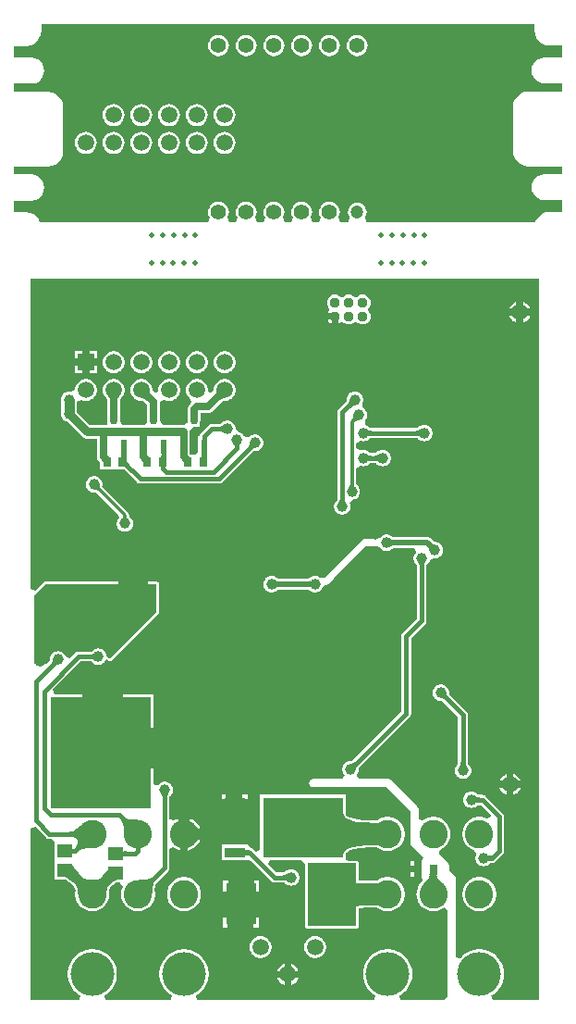
<source format=gbl>
G04 Layer_Physical_Order=2*
G04 Layer_Color=16711680*
%FSAX24Y24*%
%MOIN*%
G70*
G01*
G75*
%ADD12R,0.0315X0.0354*%
%ADD17R,0.1100X0.1500*%
%ADD27C,0.0100*%
%ADD28C,0.0150*%
%ADD29C,0.0350*%
%ADD31C,0.0300*%
%ADD32C,0.0200*%
%ADD34C,0.0250*%
%ADD35C,0.0120*%
%ADD38R,0.1500X0.0300*%
%ADD39R,0.0300X0.1500*%
%ADD40R,0.0400X0.0500*%
%ADD41R,0.0500X0.0281*%
%ADD42R,0.0281X0.0500*%
%ADD44R,0.1750X0.2250*%
%ADD47C,0.1024*%
%ADD48C,0.1575*%
%ADD49C,0.0591*%
%ADD50R,0.0591X0.0591*%
%ADD51C,0.0374*%
%ADD52C,0.0551*%
%ADD53C,0.0472*%
%ADD54C,0.0591*%
%ADD55C,0.2362*%
%ADD56C,0.0197*%
%ADD57C,0.0394*%
%ADD58R,0.0748X0.0374*%
%ADD59R,0.2913X0.2165*%
%ADD60R,0.0236X0.0512*%
%ADD61R,0.0551X0.0472*%
%ADD62R,0.1100X0.0300*%
%ADD63C,0.0750*%
%ADD64R,0.1700X0.0850*%
%ADD65R,0.1102X0.0290*%
%ADD66R,0.0950X0.0550*%
%ADD67R,0.0550X0.0950*%
%ADD68R,0.1871X0.0807*%
%ADD69R,0.0600X0.0250*%
%ADD70R,0.1500X0.0450*%
%ADD71R,0.3600X0.4000*%
%ADD72R,0.4250X0.3800*%
%ADD73R,0.2100X0.1500*%
G36*
X005298Y015098D02*
X005300Y015090D01*
Y014110D01*
X005298Y014101D01*
X005293Y014093D01*
X004900Y013700D01*
X003650Y012450D01*
X003643Y012445D01*
X003643Y012445D01*
X003643Y012445D01*
X003634Y012447D01*
X003529Y012488D01*
X003522Y012490D01*
X003515Y012493D01*
X003499Y012500D01*
X003489Y012577D01*
X003459Y012650D01*
X003412Y012712D01*
X003350Y012759D01*
X003277Y012789D01*
X003200Y012799D01*
X003123Y012789D01*
X003050Y012759D01*
X002988Y012712D01*
X002963Y012678D01*
X002500D01*
X002500Y012678D01*
X002432Y012665D01*
X002374Y012626D01*
X002195Y012447D01*
X002099Y012466D01*
X002032Y012496D01*
X002009Y012550D01*
X001962Y012612D01*
X001900Y012659D01*
X001827Y012689D01*
X001750Y012699D01*
X001673Y012689D01*
X001600Y012659D01*
X001538Y012612D01*
X001491Y012550D01*
X001461Y012477D01*
X001451Y012400D01*
X001456Y012358D01*
X001348Y012250D01*
X000900D01*
Y014700D01*
X001131Y014931D01*
X001293Y015093D01*
X001301Y015098D01*
X001310Y015100D01*
X003800D01*
Y014815D01*
X004400D01*
Y015065D01*
X004500D01*
Y014815D01*
X005100D01*
Y015100D01*
X005290D01*
X005298Y015098D01*
D02*
G37*
G36*
X009599Y015244D02*
X009608Y015237D01*
X009619Y015232D01*
X009632Y015227D01*
X009646Y015222D01*
X009661Y015219D01*
X009678Y015216D01*
X009697Y015215D01*
X009738Y015213D01*
Y015013D01*
X009716Y015013D01*
X009678Y015010D01*
X009661Y015007D01*
X009646Y015004D01*
X009632Y014999D01*
X009619Y014994D01*
X009608Y014989D01*
X009599Y014982D01*
X009591Y014975D01*
Y015251D01*
X009599Y015244D01*
D02*
G37*
G36*
X001748Y012203D02*
X001731Y012203D01*
X001714Y012201D01*
X001697Y012197D01*
X001681Y012193D01*
X001665Y012186D01*
X001649Y012179D01*
X001634Y012170D01*
X001619Y012160D01*
X001605Y012148D01*
X001591Y012135D01*
X001485Y012241D01*
X001498Y012255D01*
X001510Y012269D01*
X001520Y012284D01*
X001529Y012299D01*
X001537Y012315D01*
X001543Y012331D01*
X001547Y012347D01*
X001551Y012364D01*
X001553Y012381D01*
X001553Y012398D01*
X001748Y012203D01*
D02*
G37*
G36*
X003059Y012362D02*
X003047Y012374D01*
X003033Y012385D01*
X003019Y012394D01*
X003004Y012402D01*
X002989Y012409D01*
X002972Y012415D01*
X002955Y012419D01*
X002938Y012422D01*
X002919Y012424D01*
X002900Y012425D01*
Y012575D01*
X002919Y012576D01*
X002938Y012578D01*
X002955Y012581D01*
X002972Y012585D01*
X002989Y012591D01*
X003004Y012598D01*
X003019Y012606D01*
X003033Y012615D01*
X003047Y012626D01*
X003059Y012638D01*
Y012362D01*
D02*
G37*
G36*
X010872Y014975D02*
X010864Y014982D01*
X010855Y014989D01*
X010844Y014994D01*
X010831Y014999D01*
X010817Y015004D01*
X010802Y015007D01*
X010785Y015010D01*
X010766Y015011D01*
X010725Y015013D01*
Y015213D01*
X010747Y015213D01*
X010785Y015216D01*
X010802Y015219D01*
X010817Y015222D01*
X010831Y015227D01*
X010844Y015232D01*
X010855Y015237D01*
X010864Y015244D01*
X010872Y015251D01*
Y014975D01*
D02*
G37*
G36*
X015220Y016597D02*
X015249Y016572D01*
X015263Y016562D01*
X015276Y016553D01*
X015289Y016546D01*
X015301Y016541D01*
X015313Y016537D01*
X015325Y016535D01*
X015335Y016534D01*
X015141Y016339D01*
X015140Y016350D01*
X015138Y016362D01*
X015134Y016373D01*
X015128Y016386D01*
X015122Y016399D01*
X015113Y016412D01*
X015103Y016426D01*
X015091Y016440D01*
X015063Y016470D01*
X015205Y016612D01*
X015220Y016597D01*
D02*
G37*
G36*
X013749Y016731D02*
X013758Y016724D01*
X013769Y016719D01*
X013782Y016714D01*
X013796Y016709D01*
X013811Y016706D01*
X013828Y016703D01*
X013847Y016702D01*
X013888Y016700D01*
Y016500D01*
X013866Y016500D01*
X013828Y016497D01*
X013811Y016494D01*
X013796Y016491D01*
X013782Y016486D01*
X013769Y016481D01*
X013758Y016476D01*
X013749Y016469D01*
X013741Y016462D01*
Y016738D01*
X013749Y016731D01*
D02*
G37*
G36*
X014989Y015884D02*
X014978Y015870D01*
X014969Y015856D01*
X014961Y015841D01*
X014954Y015826D01*
X014948Y015809D01*
X014944Y015792D01*
X014941Y015775D01*
X014939Y015756D01*
X014938Y015737D01*
X014788D01*
X014787Y015756D01*
X014785Y015775D01*
X014782Y015792D01*
X014778Y015809D01*
X014772Y015826D01*
X014765Y015841D01*
X014757Y015856D01*
X014748Y015870D01*
X014737Y015884D01*
X014725Y015896D01*
X015001D01*
X014989Y015884D01*
D02*
G37*
G36*
X019082Y000151D02*
X017410D01*
X017374Y000301D01*
X017385Y000307D01*
X017450Y000348D01*
X017512Y000396D01*
X017569Y000448D01*
X017621Y000505D01*
X017669Y000567D01*
X017710Y000632D01*
X017746Y000701D01*
X017776Y000772D01*
X017799Y000846D01*
X017816Y000922D01*
X017826Y000999D01*
X017829Y001076D01*
X017826Y001153D01*
X017816Y001230D01*
X017799Y001306D01*
X017776Y001380D01*
X017746Y001451D01*
X017710Y001520D01*
X017669Y001585D01*
X017621Y001647D01*
X017569Y001704D01*
X017512Y001756D01*
X017450Y001804D01*
X017385Y001845D01*
X017316Y001881D01*
X017245Y001911D01*
X017171Y001934D01*
X017095Y001951D01*
X017018Y001961D01*
X016941Y001964D01*
X016864Y001961D01*
X016787Y001951D01*
X016711Y001934D01*
X016637Y001911D01*
X016566Y001881D01*
X016497Y001845D01*
X016431Y001804D01*
X016370Y001756D01*
X016313Y001704D01*
X016261Y001647D01*
X016251Y001634D01*
X016101Y001685D01*
Y004500D01*
X016098Y004529D01*
X016089Y004558D01*
X016075Y004584D01*
X016057Y004607D01*
X015856Y004807D01*
Y004961D01*
X015853Y004990D01*
X015845Y005018D01*
X015831Y005045D01*
X015812Y005067D01*
X015497Y005383D01*
X015493Y005468D01*
X015514Y005532D01*
X015526Y005552D01*
X015553Y005563D01*
X015613Y005597D01*
X015669Y005636D01*
X015721Y005682D01*
X015766Y005733D01*
X015806Y005789D01*
X015839Y005849D01*
X015866Y005913D01*
X015885Y005979D01*
X015896Y006047D01*
X015900Y006115D01*
X015896Y006184D01*
X015885Y006252D01*
X015866Y006318D01*
X015839Y006381D01*
X015806Y006441D01*
X015766Y006497D01*
X015721Y006549D01*
X015669Y006594D01*
X015613Y006634D01*
X015553Y006667D01*
X015490Y006694D01*
X015424Y006713D01*
X015356Y006724D01*
X015287Y006728D01*
X015219Y006724D01*
X015151Y006713D01*
X015085Y006694D01*
X015022Y006667D01*
X014961Y006634D01*
X014905Y006594D01*
X014901Y006590D01*
X014751Y006653D01*
Y007000D01*
X014748Y007029D01*
X014739Y007058D01*
X014725Y007084D01*
X014707Y007107D01*
X013757Y008057D01*
X013734Y008075D01*
X013708Y008089D01*
X013679Y008098D01*
X013650Y008101D01*
X012579D01*
X012527Y008206D01*
X012520Y008251D01*
X012541Y008275D01*
X012565Y008315D01*
X012583Y008358D01*
X012594Y008403D01*
X012598Y008450D01*
X012594Y008496D01*
X014424Y010326D01*
X014446Y010352D01*
X014462Y010383D01*
X014472Y010416D01*
X014476Y010450D01*
Y013177D01*
X014987Y013689D01*
X014987Y013689D01*
X015009Y013715D01*
X015025Y013746D01*
X015035Y013779D01*
X015039Y013813D01*
Y015797D01*
X015074Y015826D01*
X015104Y015862D01*
X015128Y015902D01*
X015144Y015941D01*
X015146Y015945D01*
X015204Y016009D01*
X015285Y016041D01*
X015308Y016042D01*
X015337Y016040D01*
X015384Y016043D01*
X015429Y016054D01*
X015473Y016072D01*
X015512Y016097D01*
X015548Y016127D01*
X015578Y016162D01*
X015603Y016202D01*
X015621Y016245D01*
X015632Y016291D01*
X015635Y016337D01*
X015632Y016384D01*
X015621Y016429D01*
X015603Y016473D01*
X015578Y016512D01*
X015548Y016548D01*
X015512Y016578D01*
X015473Y016603D01*
X015429Y016621D01*
X015384Y016631D01*
X015337Y016635D01*
X015325Y016634D01*
X015217Y016742D01*
X015186Y016767D01*
X015152Y016786D01*
X015114Y016797D01*
X015075Y016801D01*
X013819D01*
X013811Y016811D01*
X013775Y016841D01*
X013735Y016865D01*
X013692Y016883D01*
X013647Y016894D01*
X013600Y016898D01*
X013553Y016894D01*
X013508Y016883D01*
X013465Y016865D01*
X013425Y016841D01*
X013389Y016811D01*
X013359Y016775D01*
X013336Y016759D01*
X013269Y016727D01*
X013196Y016718D01*
X013175Y016723D01*
X013150Y016726D01*
X012800D01*
X012775Y016723D01*
X012752Y016716D01*
X012730Y016704D01*
X012711Y016689D01*
X012461Y016439D01*
X011511Y015489D01*
X011384Y015362D01*
X011370Y015354D01*
X011239Y015327D01*
X011188Y015354D01*
X011148Y015378D01*
X011105Y015396D01*
X011060Y015407D01*
X011013Y015411D01*
X010966Y015407D01*
X010921Y015396D01*
X010878Y015378D01*
X010838Y015354D01*
X010802Y015324D01*
X010794Y015314D01*
X009669D01*
X009661Y015324D01*
X009625Y015354D01*
X009585Y015378D01*
X009542Y015396D01*
X009497Y015407D01*
X009450Y015411D01*
X009403Y015407D01*
X009358Y015396D01*
X009315Y015378D01*
X009275Y015354D01*
X009239Y015324D01*
X009209Y015288D01*
X009185Y015248D01*
X009167Y015205D01*
X009156Y015160D01*
X009152Y015113D01*
X009156Y015066D01*
X009167Y015021D01*
X009185Y014978D01*
X009209Y014938D01*
X009239Y014902D01*
X009275Y014872D01*
X009315Y014848D01*
X009358Y014830D01*
X009403Y014819D01*
X009450Y014815D01*
X009497Y014819D01*
X009542Y014830D01*
X009585Y014848D01*
X009625Y014872D01*
X009661Y014902D01*
X009669Y014912D01*
X010794D01*
X010802Y014902D01*
X010838Y014872D01*
X010878Y014848D01*
X010921Y014830D01*
X010966Y014819D01*
X011013Y014815D01*
X011060Y014819D01*
X011105Y014830D01*
X011148Y014848D01*
X011188Y014872D01*
X011224Y014902D01*
X011254Y014938D01*
X011275Y014973D01*
X011278Y014978D01*
Y014978D01*
X011320Y015038D01*
X011368Y015072D01*
X011400Y015074D01*
X011424Y015077D01*
X011448Y015084D01*
X011470Y015096D01*
X011489Y015111D01*
X011689Y015311D01*
X012639Y016261D01*
X012852Y016474D01*
X013150D01*
X013175Y016477D01*
X013196Y016481D01*
X013269Y016473D01*
X013336Y016441D01*
X013359Y016425D01*
X013389Y016389D01*
X013425Y016359D01*
X013465Y016335D01*
X013508Y016317D01*
X013553Y016306D01*
X013600Y016302D01*
X013647Y016306D01*
X013692Y016317D01*
X013735Y016335D01*
X013775Y016359D01*
X013811Y016389D01*
X013819Y016399D01*
X014605D01*
X014618Y016380D01*
X014654Y016249D01*
X014652Y016248D01*
X014622Y016212D01*
X014598Y016172D01*
X014580Y016129D01*
X014569Y016084D01*
X014565Y016037D01*
X014569Y015990D01*
X014580Y015945D01*
X014598Y015902D01*
X014622Y015862D01*
X014652Y015826D01*
X014687Y015797D01*
Y013886D01*
X014176Y013374D01*
X014154Y013348D01*
X014138Y013317D01*
X014128Y013284D01*
X014124Y013250D01*
X014124Y013250D01*
Y010523D01*
X012345Y008744D01*
X012300Y008748D01*
X012253Y008744D01*
X012208Y008733D01*
X012165Y008715D01*
X012125Y008691D01*
X012089Y008661D01*
X012059Y008625D01*
X012035Y008585D01*
X012017Y008542D01*
X012006Y008497D01*
X012002Y008450D01*
X012006Y008403D01*
X012017Y008358D01*
X012035Y008315D01*
X012059Y008275D01*
X012080Y008251D01*
X012073Y008206D01*
X012021Y008101D01*
X010950D01*
X010921Y008098D01*
X010892Y008089D01*
X010866Y008075D01*
X010843Y008057D01*
X010825Y008034D01*
X010811Y008008D01*
X010802Y007979D01*
X010799Y007950D01*
X010802Y007921D01*
X010811Y007892D01*
X010825Y007866D01*
X010843Y007843D01*
X010866Y007825D01*
X010892Y007811D01*
X010921Y007802D01*
X010950Y007799D01*
X013588D01*
X014449Y006938D01*
Y005800D01*
X014452Y005771D01*
X014461Y005742D01*
X014475Y005716D01*
X014493Y005693D01*
X014910Y005277D01*
X014849Y005132D01*
Y004850D01*
Y004571D01*
X014898Y004448D01*
X014898Y004423D01*
X014854Y004383D01*
X014808Y004332D01*
X014769Y004276D01*
X014735Y004216D01*
X014709Y004152D01*
X014690Y004086D01*
X014678Y004019D01*
X014675Y003950D01*
X014678Y003881D01*
X014690Y003814D01*
X014709Y003748D01*
X014735Y003684D01*
X014769Y003624D01*
X014808Y003568D01*
X014854Y003517D01*
X014905Y003471D01*
X014961Y003431D01*
X015022Y003398D01*
X015085Y003372D01*
X015151Y003353D01*
X015219Y003341D01*
X015287Y003337D01*
X015356Y003341D01*
X015424Y003353D01*
X015490Y003372D01*
X015553Y003398D01*
X015613Y003431D01*
X015649Y003457D01*
X015720Y003438D01*
X015799Y003386D01*
Y000250D01*
X015707Y000171D01*
X015667Y000151D01*
X014103D01*
X014066Y000301D01*
X014078Y000307D01*
X014143Y000348D01*
X014205Y000396D01*
X014262Y000448D01*
X014314Y000505D01*
X014361Y000567D01*
X014403Y000632D01*
X014439Y000701D01*
X014469Y000772D01*
X014492Y000846D01*
X014509Y000922D01*
X014519Y000999D01*
X014522Y001076D01*
X014519Y001153D01*
X014509Y001230D01*
X014492Y001306D01*
X014469Y001380D01*
X014439Y001451D01*
X014403Y001520D01*
X014361Y001585D01*
X014314Y001647D01*
X014262Y001704D01*
X014205Y001756D01*
X014143Y001804D01*
X014078Y001845D01*
X014009Y001881D01*
X013938Y001911D01*
X013864Y001934D01*
X013788Y001951D01*
X013711Y001961D01*
X013634Y001964D01*
X013556Y001961D01*
X013480Y001951D01*
X013404Y001934D01*
X013330Y001911D01*
X013258Y001881D01*
X013190Y001845D01*
X013124Y001804D01*
X013063Y001756D01*
X013006Y001704D01*
X012953Y001647D01*
X012906Y001585D01*
X012865Y001520D01*
X012829Y001451D01*
X012799Y001380D01*
X012776Y001306D01*
X012759Y001230D01*
X012749Y001153D01*
X012746Y001076D01*
X012749Y000999D01*
X012759Y000922D01*
X012776Y000846D01*
X012799Y000772D01*
X012829Y000701D01*
X012865Y000632D01*
X012906Y000567D01*
X012953Y000505D01*
X013006Y000448D01*
X013063Y000396D01*
X013124Y000348D01*
X013190Y000307D01*
X013201Y000301D01*
X013165Y000151D01*
X006760D01*
X006724Y000301D01*
X006735Y000307D01*
X006800Y000348D01*
X006862Y000396D01*
X006919Y000448D01*
X006971Y000505D01*
X007019Y000567D01*
X007060Y000632D01*
X007096Y000701D01*
X007126Y000772D01*
X007149Y000846D01*
X007166Y000922D01*
X007176Y000999D01*
X007179Y001076D01*
X007176Y001153D01*
X007166Y001230D01*
X007149Y001306D01*
X007126Y001380D01*
X007096Y001451D01*
X007060Y001520D01*
X007019Y001585D01*
X006971Y001647D01*
X006919Y001704D01*
X006862Y001756D01*
X006800Y001804D01*
X006735Y001845D01*
X006666Y001881D01*
X006595Y001911D01*
X006521Y001934D01*
X006445Y001951D01*
X006368Y001961D01*
X006291Y001964D01*
X006214Y001961D01*
X006137Y001951D01*
X006061Y001934D01*
X005987Y001911D01*
X005916Y001881D01*
X005847Y001845D01*
X005781Y001804D01*
X005720Y001756D01*
X005663Y001704D01*
X005611Y001647D01*
X005563Y001585D01*
X005522Y001520D01*
X005486Y001451D01*
X005456Y001380D01*
X005433Y001306D01*
X005416Y001230D01*
X005406Y001153D01*
X005403Y001076D01*
X005406Y000999D01*
X005416Y000922D01*
X005433Y000846D01*
X005456Y000772D01*
X005486Y000701D01*
X005522Y000632D01*
X005563Y000567D01*
X005611Y000505D01*
X005663Y000448D01*
X005720Y000396D01*
X005781Y000348D01*
X005847Y000307D01*
X005858Y000301D01*
X005822Y000151D01*
X003453D01*
X003416Y000301D01*
X003428Y000307D01*
X003493Y000348D01*
X003555Y000396D01*
X003612Y000448D01*
X003664Y000505D01*
X003711Y000567D01*
X003753Y000632D01*
X003789Y000701D01*
X003819Y000772D01*
X003842Y000846D01*
X003859Y000922D01*
X003869Y000999D01*
X003872Y001076D01*
X003869Y001153D01*
X003859Y001230D01*
X003842Y001306D01*
X003819Y001380D01*
X003789Y001451D01*
X003753Y001520D01*
X003711Y001585D01*
X003664Y001647D01*
X003612Y001704D01*
X003555Y001756D01*
X003493Y001804D01*
X003428Y001845D01*
X003359Y001881D01*
X003288Y001911D01*
X003214Y001934D01*
X003138Y001951D01*
X003061Y001961D01*
X002984Y001964D01*
X002906Y001961D01*
X002830Y001951D01*
X002754Y001934D01*
X002680Y001911D01*
X002608Y001881D01*
X002540Y001845D01*
X002474Y001804D01*
X002413Y001756D01*
X002356Y001704D01*
X002303Y001647D01*
X002256Y001585D01*
X002215Y001520D01*
X002179Y001451D01*
X002149Y001380D01*
X002126Y001306D01*
X002109Y001230D01*
X002099Y001153D01*
X002096Y001076D01*
X002099Y000999D01*
X002109Y000922D01*
X002126Y000846D01*
X002149Y000772D01*
X002179Y000701D01*
X002215Y000632D01*
X002256Y000567D01*
X002303Y000505D01*
X002356Y000448D01*
X002413Y000396D01*
X002474Y000348D01*
X002540Y000307D01*
X002551Y000301D01*
X002515Y000151D01*
X000775D01*
Y006314D01*
X000925Y006377D01*
X001310Y005991D01*
X001337Y005969D01*
X001367Y005953D01*
X001400Y005943D01*
X001435Y005940D01*
X001435Y005940D01*
X001503D01*
X001612Y005841D01*
Y005282D01*
X001612Y005168D01*
X001612Y005018D01*
Y004459D01*
X002042D01*
X002075Y004439D01*
X002149Y004386D01*
X002218Y004325D01*
X002335Y004209D01*
X002341Y004197D01*
X002357Y004161D01*
X002370Y004124D01*
X002380Y004085D01*
X002383Y004067D01*
X002375Y004019D01*
X002371Y003950D01*
X002375Y003881D01*
X002386Y003814D01*
X002405Y003748D01*
X002432Y003684D01*
X002465Y003624D01*
X002505Y003568D01*
X002551Y003517D01*
X002602Y003471D01*
X002658Y003431D01*
X002718Y003398D01*
X002781Y003372D01*
X002848Y003353D01*
X002915Y003341D01*
X002984Y003337D01*
X003052Y003341D01*
X003120Y003353D01*
X003186Y003372D01*
X003250Y003398D01*
X003310Y003431D01*
X003366Y003471D01*
X003417Y003517D01*
X003463Y003568D01*
X003503Y003624D01*
X003536Y003684D01*
X003562Y003748D01*
X003581Y003814D01*
X003593Y003881D01*
X003597Y003950D01*
X003593Y004019D01*
X003584Y004067D01*
X003587Y004085D01*
X003598Y004124D01*
X003611Y004161D01*
X003627Y004197D01*
X003633Y004209D01*
X003672Y004248D01*
X003714Y004282D01*
X003789Y004336D01*
X003828Y004359D01*
X003995D01*
X004005Y004353D01*
X004085Y004216D01*
X004059Y004152D01*
X004040Y004086D01*
X004028Y004019D01*
X004025Y003950D01*
X004028Y003881D01*
X004040Y003814D01*
X004059Y003748D01*
X004085Y003684D01*
X004119Y003624D01*
X004158Y003568D01*
X004204Y003517D01*
X004255Y003471D01*
X004311Y003431D01*
X004372Y003398D01*
X004435Y003372D01*
X004501Y003353D01*
X004569Y003341D01*
X004637Y003337D01*
X004706Y003341D01*
X004774Y003353D01*
X004840Y003372D01*
X004903Y003398D01*
X004963Y003431D01*
X005019Y003471D01*
X005071Y003517D01*
X005116Y003568D01*
X005156Y003624D01*
X005189Y003684D01*
X005216Y003748D01*
X005235Y003814D01*
X005246Y003881D01*
X005250Y003950D01*
X005246Y004019D01*
X005235Y004086D01*
X005233Y004093D01*
X005237Y004161D01*
X005244Y004216D01*
X005254Y004265D01*
X005265Y004308D01*
X005277Y004340D01*
X005717Y004780D01*
X005717Y004781D01*
X005738Y004807D01*
X005755Y004838D01*
X005765Y004871D01*
X005768Y004905D01*
X005768Y004905D01*
Y005561D01*
X005884Y005623D01*
X005918Y005630D01*
X005965Y005597D01*
X006025Y005563D01*
X006089Y005537D01*
X006155Y005518D01*
X006166Y005516D01*
Y006115D01*
Y006562D01*
X006042D01*
X006056Y006573D01*
X006068Y006587D01*
X006079Y006605D01*
X006089Y006627D01*
X006097Y006653D01*
X006104Y006683D01*
X006107Y006699D01*
X006089Y006694D01*
X006025Y006667D01*
X005965Y006634D01*
X005918Y006601D01*
X005884Y006608D01*
X005768Y006670D01*
Y007455D01*
X005775Y007459D01*
X005811Y007489D01*
X005841Y007525D01*
X005865Y007565D01*
X005883Y007608D01*
X005894Y007653D01*
X005898Y007700D01*
X005894Y007747D01*
X005883Y007792D01*
X005865Y007835D01*
X005841Y007875D01*
X005811Y007911D01*
X005775Y007941D01*
X005735Y007965D01*
X005692Y007983D01*
X005647Y007994D01*
X005600Y007998D01*
X005553Y007994D01*
X005508Y007983D01*
X005465Y007965D01*
X005425Y007941D01*
X005389Y007911D01*
X005359Y007875D01*
X005350Y007860D01*
X005267Y007866D01*
X005200Y007896D01*
Y011150D01*
X001611D01*
X001549Y011300D01*
X002573Y012324D01*
X002960D01*
X002989Y012289D01*
X003025Y012259D01*
X003065Y012235D01*
X003108Y012217D01*
X003153Y012206D01*
X003200Y012202D01*
X003247Y012206D01*
X003292Y012217D01*
X003335Y012235D01*
X003375Y012259D01*
X003411Y012289D01*
X003441Y012325D01*
X003465Y012365D01*
X003479Y012398D01*
X003491Y012394D01*
X003495Y012393D01*
X003597Y012353D01*
X003606Y012351D01*
X003616Y012348D01*
X003625Y012346D01*
X003629Y012346D01*
X003633Y012345D01*
X003638Y012345D01*
X003643Y012344D01*
X003646Y012345D01*
X003649Y012345D01*
X003650Y012345D01*
X003651Y012345D01*
X003655Y012346D01*
X003660Y012346D01*
X003664Y012347D01*
X003669Y012348D01*
X003672Y012349D01*
X003675Y012350D01*
X003676Y012350D01*
X003677Y012350D01*
X003681Y012352D01*
X003685Y012354D01*
X003689Y012356D01*
X003693Y012358D01*
X003696Y012360D01*
X003699Y012361D01*
X003706Y012366D01*
X003714Y012373D01*
X003722Y012379D01*
X004971Y013629D01*
X005364Y014022D01*
X005370Y014029D01*
X005377Y014037D01*
X005382Y014045D01*
X005385Y014051D01*
X005389Y014056D01*
X005391Y014062D01*
X005394Y014068D01*
X005395Y014075D01*
X005397Y014081D01*
X005399Y014090D01*
X005400Y014100D01*
X005401Y014110D01*
Y015090D01*
X005400Y015100D01*
X005399Y015110D01*
X005397Y015118D01*
X005395Y015124D01*
X005394Y015131D01*
X005391Y015137D01*
X005389Y015143D01*
X005385Y015148D01*
X005382Y015154D01*
X005378Y015159D01*
X005374Y015165D01*
X005369Y015169D01*
X005365Y015174D01*
X005359Y015178D01*
X005354Y015182D01*
X005348Y015185D01*
X005343Y015189D01*
X005337Y015191D01*
X005331Y015194D01*
X005324Y015195D01*
X005318Y015197D01*
X005310Y015199D01*
X005300Y015200D01*
X005290Y015201D01*
X005110D01*
X005102Y015210D01*
Y015500D01*
X005100Y015516D01*
Y015516D01*
X005099Y015526D01*
X005089Y015550D01*
X005073Y015571D01*
X005052Y015587D01*
X005027Y015597D01*
X005001Y015601D01*
X003899D01*
X003873Y015597D01*
X003848Y015587D01*
X003827Y015571D01*
X003811Y015550D01*
X003801Y015526D01*
X003800Y015516D01*
Y015516D01*
X003798Y015500D01*
Y015210D01*
X003790Y015201D01*
X001310D01*
X001300Y015200D01*
X001290Y015199D01*
X001281Y015197D01*
X001275Y015195D01*
X001268Y015194D01*
X001262Y015191D01*
X001256Y015189D01*
X001251Y015185D01*
X001245Y015182D01*
X001237Y015177D01*
X001229Y015170D01*
X001222Y015164D01*
X000925Y014867D01*
X000775Y014930D01*
Y026100D01*
X019082D01*
Y000151D01*
D02*
G37*
G36*
X012565Y008609D02*
X012552Y008595D01*
X012540Y008581D01*
X012530Y008566D01*
X012521Y008551D01*
X012514Y008535D01*
X012507Y008519D01*
X012503Y008503D01*
X012499Y008486D01*
X012497Y008469D01*
X012497Y008452D01*
X012302Y008647D01*
X012319Y008647D01*
X012336Y008649D01*
X012353Y008653D01*
X012369Y008657D01*
X012385Y008663D01*
X012401Y008671D01*
X012416Y008680D01*
X012431Y008690D01*
X012445Y008702D01*
X012459Y008715D01*
X012565Y008609D01*
D02*
G37*
G36*
X015378Y004722D02*
X015386Y004682D01*
X015389Y004674D01*
X015432D01*
X015421Y004670D01*
X015412Y004658D01*
X015403Y004638D01*
X015402Y004634D01*
X015417Y004599D01*
X015441Y004555D01*
X015470Y004511D01*
X015504Y004466D01*
X015543Y004420D01*
X015637Y004324D01*
X015376Y004318D01*
X015376Y004274D01*
X015176D01*
X015175Y004313D01*
X014921Y004307D01*
X014969Y004359D01*
X015051Y004457D01*
X015084Y004505D01*
X015112Y004550D01*
X015135Y004594D01*
X015150Y004631D01*
X015148Y004638D01*
X015140Y004658D01*
X015130Y004670D01*
X015119Y004674D01*
X015164D01*
X015165Y004678D01*
X015173Y004718D01*
X015176Y004757D01*
X015376Y004761D01*
X015378Y004722D01*
D02*
G37*
G36*
X003989Y004462D02*
X003961Y004480D01*
X003922Y004483D01*
X003873Y004471D01*
X003814Y004444D01*
X003745Y004402D01*
X003666Y004345D01*
X003579Y004275D01*
X003577Y004273D01*
X003555Y004233D01*
X003537Y004191D01*
X003521Y004147D01*
X003510Y004101D01*
X003502Y004054D01*
X003497Y004006D01*
X003496Y003955D01*
X003367Y004083D01*
X003367Y004083D01*
X003247Y003966D01*
X003068Y004282D01*
X003118Y004333D01*
X002989Y004462D01*
X003039Y004463D01*
X003088Y004468D01*
X003135Y004476D01*
X003181Y004488D01*
X003224Y004503D01*
X003266Y004521D01*
X003307Y004544D01*
X003312Y004547D01*
X003439Y004691D01*
X003484Y004753D01*
X003518Y004808D01*
X003543Y004855D01*
X003558Y004896D01*
X003563Y004931D01*
X003989Y004462D01*
D02*
G37*
G36*
X005266Y004472D02*
X005243Y004445D01*
X005222Y004413D01*
X005205Y004375D01*
X005189Y004332D01*
X005176Y004283D01*
X005166Y004228D01*
X005158Y004168D01*
X005150Y004032D01*
X005149Y003955D01*
X004643Y004462D01*
X004719Y004462D01*
X004856Y004471D01*
X004916Y004478D01*
X004970Y004489D01*
X005019Y004502D01*
X005062Y004517D01*
X005100Y004535D01*
X005133Y004555D01*
X005160Y004578D01*
X005266Y004472D01*
D02*
G37*
G36*
X002268Y005003D02*
X002287Y004966D01*
X002317Y004918D01*
X002361Y004861D01*
X002485Y004715D01*
X002619Y004572D01*
X002622Y004569D01*
X002661Y004544D01*
X002701Y004521D01*
X002743Y004503D01*
X002787Y004488D01*
X002832Y004476D01*
X002879Y004468D01*
X002928Y004463D01*
X002979Y004462D01*
X002849Y004332D01*
X002881Y004301D01*
X002621Y004066D01*
X002601Y004085D01*
X002472Y003955D01*
X002471Y004006D01*
X002466Y004054D01*
X002458Y004101D01*
X002446Y004147D01*
X002431Y004191D01*
X002412Y004233D01*
X002390Y004273D01*
X002378Y004291D01*
X002199Y004448D01*
X002119Y004506D01*
X002050Y004547D01*
X001992Y004574D01*
X001943Y004585D01*
X001906Y004581D01*
X001878Y004562D01*
X002262Y005031D01*
X002268Y005003D01*
D02*
G37*
G36*
X004114Y005540D02*
X004123Y005527D01*
X004138Y005516D01*
X004159Y005506D01*
X004186Y005498D01*
X004219Y005491D01*
X004258Y005486D01*
X004355Y005480D01*
X004412Y005479D01*
Y005329D01*
X004355Y005329D01*
X004219Y005317D01*
X004186Y005311D01*
X004159Y005302D01*
X004138Y005293D01*
X004123Y005281D01*
X004114Y005269D01*
X004111Y005254D01*
Y005554D01*
X004114Y005540D01*
D02*
G37*
G36*
X004142Y006721D02*
X004174Y006700D01*
X004212Y006683D01*
X004256Y006667D01*
X004305Y006654D01*
X004359Y006644D01*
X004419Y006636D01*
X004556Y006628D01*
X004632Y006627D01*
X004126Y006120D01*
X004125Y006197D01*
X004117Y006334D01*
X004109Y006394D01*
X004099Y006448D01*
X004086Y006497D01*
X004070Y006540D01*
X004052Y006578D01*
X004032Y006611D01*
X004009Y006637D01*
X004115Y006744D01*
X004142Y006721D01*
D02*
G37*
G36*
X005732Y007554D02*
X005720Y007542D01*
X005709Y007529D01*
X005699Y007515D01*
X005691Y007501D01*
X005683Y007485D01*
X005678Y007469D01*
X005673Y007452D01*
X005670Y007435D01*
X005668Y007416D01*
X005667Y007397D01*
X005517Y007403D01*
X005517Y007422D01*
X005515Y007441D01*
X005512Y007459D01*
X005508Y007476D01*
X005502Y007492D01*
X005495Y007508D01*
X005488Y007523D01*
X005479Y007538D01*
X005468Y007552D01*
X005457Y007565D01*
X005732Y007554D01*
D02*
G37*
G36*
X002618Y005964D02*
X002979Y005604D01*
X002902Y005603D01*
X002766Y005595D01*
X002706Y005587D01*
X002651Y005576D01*
X002602Y005564D01*
X002559Y005548D01*
X002521Y005530D01*
X002489Y005510D01*
X002462Y005487D01*
X002356Y005593D01*
X002379Y005620D01*
X002399Y005652D01*
X002417Y005690D01*
X002432Y005734D01*
X002445Y005783D01*
X002455Y005837D01*
X002463Y005897D01*
X002463Y005900D01*
X002461Y005902D01*
X002413Y005938D01*
X002368Y005970D01*
X002324Y005995D01*
X002282Y006015D01*
X002243Y006029D01*
X002206Y006038D01*
X002170Y006040D01*
Y006190D01*
X002206Y006193D01*
X002243Y006202D01*
X002282Y006216D01*
X002324Y006236D01*
X002368Y006261D01*
X002413Y006292D01*
X002461Y006329D01*
X002564Y006420D01*
X002618Y006474D01*
Y005964D01*
D02*
G37*
G36*
X004741Y005613D02*
X004735Y005609D01*
X004730Y005603D01*
X004725Y005595D01*
X004721Y005585D01*
X004718Y005573D01*
X004716Y005560D01*
X004714Y005545D01*
X004713Y005528D01*
X004712Y005509D01*
X004562D01*
X004562Y005528D01*
X004559Y005560D01*
X004557Y005573D01*
X004553Y005585D01*
X004550Y005595D01*
X004545Y005603D01*
X004540Y005609D01*
X004533Y005613D01*
X004527Y005616D01*
X004748D01*
X004741Y005613D01*
D02*
G37*
G36*
X018932Y035039D02*
X018930D01*
X018949Y034897D01*
X019004Y034765D01*
X019091Y034652D01*
X019205Y034564D01*
X019337Y034510D01*
X019479Y034491D01*
Y034493D01*
X019926D01*
Y034070D01*
X019291D01*
Y034071D01*
X019170Y034055D01*
X019151Y034047D01*
X019057Y034009D01*
X018960Y033934D01*
X018885Y033837D01*
X018838Y033724D01*
X018822Y033602D01*
X018838Y033481D01*
X018885Y033368D01*
X018960Y033271D01*
X019057Y033196D01*
X019151Y033157D01*
X019170Y033149D01*
X019291Y033133D01*
Y033134D01*
X019291Y033134D01*
X019926D01*
Y032846D01*
X018697D01*
X018697Y032846D01*
Y032848D01*
X018555Y032829D01*
X018423Y032774D01*
X018309Y032687D01*
X018222Y032573D01*
X018167Y032441D01*
X018148Y032299D01*
X018150D01*
Y030702D01*
X018148D01*
X018167Y030560D01*
X018222Y030428D01*
X018309Y030314D01*
X018423Y030227D01*
X018555Y030172D01*
X018697Y030154D01*
Y030155D01*
X018697Y030155D01*
X019926D01*
Y029867D01*
X019291D01*
X019291Y029867D01*
Y029868D01*
X019170Y029852D01*
X019151Y029844D01*
X019057Y029805D01*
X018960Y029730D01*
X018885Y029633D01*
X018838Y029520D01*
X018822Y029399D01*
X018838Y029277D01*
X018885Y029164D01*
X018960Y029067D01*
X019057Y028993D01*
X019151Y028954D01*
X019170Y028946D01*
X019291Y028930D01*
Y028931D01*
X019926D01*
Y028508D01*
X019479D01*
Y028510D01*
X019337Y028492D01*
X019205Y028437D01*
X019091Y028350D01*
X019004Y028236D01*
X018968Y028150D01*
X012878D01*
X012868Y028160D01*
X012813Y028300D01*
X012833Y028326D01*
X012867Y028408D01*
X012878Y028496D01*
X012867Y028584D01*
X012833Y028666D01*
X012779Y028736D01*
X012709Y028790D01*
X012627Y028824D01*
X012539Y028835D01*
X012452Y028824D01*
X012370Y028790D01*
X012300Y028736D01*
X012246Y028666D01*
X012212Y028584D01*
X012200Y028496D01*
X012212Y028408D01*
X012246Y028326D01*
X012266Y028300D01*
X012211Y028160D01*
X012201Y028150D01*
X011936D01*
X011862Y028300D01*
X011867Y028307D01*
X011905Y028398D01*
X011918Y028496D01*
X011905Y028594D01*
X011867Y028685D01*
X011807Y028764D01*
X011729Y028824D01*
X011637Y028862D01*
X011539Y028875D01*
X011441Y028862D01*
X011350Y028824D01*
X011272Y028764D01*
X011211Y028685D01*
X011173Y028594D01*
X011161Y028496D01*
X011173Y028398D01*
X011211Y028307D01*
X011216Y028300D01*
X011142Y028150D01*
X010936D01*
X010862Y028300D01*
X010867Y028307D01*
X010905Y028398D01*
X010918Y028496D01*
X010905Y028594D01*
X010867Y028685D01*
X010807Y028764D01*
X010729Y028824D01*
X010637Y028862D01*
X010539Y028875D01*
X010441Y028862D01*
X010350Y028824D01*
X010272Y028764D01*
X010211Y028685D01*
X010173Y028594D01*
X010161Y028496D01*
X010173Y028398D01*
X010211Y028307D01*
X010216Y028300D01*
X010142Y028150D01*
X009936D01*
X009862Y028300D01*
X009867Y028307D01*
X009905Y028398D01*
X009918Y028496D01*
X009905Y028594D01*
X009867Y028685D01*
X009807Y028764D01*
X009729Y028824D01*
X009637Y028862D01*
X009539Y028875D01*
X009441Y028862D01*
X009350Y028824D01*
X009272Y028764D01*
X009211Y028685D01*
X009173Y028594D01*
X009161Y028496D01*
X009173Y028398D01*
X009211Y028307D01*
X009216Y028300D01*
X009142Y028150D01*
X008936D01*
X008862Y028300D01*
X008867Y028307D01*
X008905Y028398D01*
X008918Y028496D01*
X008905Y028594D01*
X008867Y028685D01*
X008807Y028764D01*
X008729Y028824D01*
X008637Y028862D01*
X008539Y028875D01*
X008441Y028862D01*
X008350Y028824D01*
X008271Y028764D01*
X008211Y028685D01*
X008173Y028594D01*
X008161Y028496D01*
X008173Y028398D01*
X008211Y028307D01*
X008216Y028300D01*
X008142Y028150D01*
X007936D01*
X007862Y028300D01*
X007867Y028307D01*
X007905Y028398D01*
X007918Y028496D01*
X007905Y028594D01*
X007867Y028685D01*
X007807Y028764D01*
X007729Y028824D01*
X007637Y028862D01*
X007539Y028875D01*
X007441Y028862D01*
X007350Y028824D01*
X007272Y028764D01*
X007211Y028685D01*
X007173Y028594D01*
X007161Y028496D01*
X007173Y028398D01*
X007211Y028307D01*
X007216Y028300D01*
X007142Y028150D01*
X001107D01*
X001075Y028227D01*
X000988Y028341D01*
X000874Y028428D01*
X000742Y028482D01*
X000600Y028501D01*
Y028499D01*
X000153D01*
Y028922D01*
X000787D01*
Y028921D01*
X000909Y028937D01*
X000928Y028945D01*
X001022Y028984D01*
X001119Y029058D01*
X001194Y029155D01*
X001240Y029268D01*
X001256Y029390D01*
X001240Y029511D01*
X001194Y029624D01*
X001119Y029721D01*
X001022Y029796D01*
X000928Y029835D01*
X000909Y029843D01*
X000787Y029859D01*
Y029858D01*
X000787Y029858D01*
X000153D01*
Y030146D01*
X001382D01*
X001382Y030146D01*
Y030145D01*
X001524Y030163D01*
X001656Y030218D01*
X001770Y030305D01*
X001857Y030419D01*
X001912Y030551D01*
X001930Y030693D01*
X001929D01*
Y032290D01*
X001930D01*
X001912Y032432D01*
X001857Y032564D01*
X001770Y032678D01*
X001656Y032765D01*
X001524Y032820D01*
X001382Y032839D01*
Y032837D01*
X001382Y032837D01*
X000153D01*
Y033125D01*
X000787D01*
X000787Y033125D01*
Y033124D01*
X000909Y033140D01*
X000928Y033148D01*
X001022Y033187D01*
X001119Y033262D01*
X001194Y033359D01*
X001240Y033472D01*
X001256Y033593D01*
X001240Y033715D01*
X001194Y033828D01*
X001119Y033925D01*
X001022Y033999D01*
X000928Y034038D01*
X000909Y034046D01*
X000787Y034062D01*
Y034061D01*
X000153D01*
Y034484D01*
X000600D01*
Y034482D01*
X000742Y034501D01*
X000874Y034555D01*
X000988Y034643D01*
X001075Y034756D01*
X001130Y034888D01*
X001148Y035030D01*
X001147D01*
Y035280D01*
X018932D01*
Y035039D01*
D02*
G37*
%LPC*%
G36*
X007991Y007535D02*
X007642D01*
Y007373D01*
X007991D01*
Y007535D01*
D02*
G37*
G36*
X008590Y007123D02*
X008241D01*
Y006961D01*
X008590D01*
Y007123D01*
D02*
G37*
G36*
X006756Y032395D02*
X006653Y032381D01*
X006557Y032341D01*
X006474Y032278D01*
X006411Y032195D01*
X006371Y032099D01*
X006357Y031996D01*
X006371Y031893D01*
X006411Y031797D01*
X006474Y031714D01*
X006557Y031651D01*
X006653Y031611D01*
X006756Y031597D01*
X006859Y031611D01*
X006955Y031651D01*
X007038Y031714D01*
X007101Y031797D01*
X007141Y031893D01*
X007155Y031996D01*
X007141Y032099D01*
X007101Y032195D01*
X007038Y032278D01*
X006955Y032341D01*
X006859Y032381D01*
X006756Y032395D01*
D02*
G37*
G36*
X008590Y007535D02*
X008241D01*
Y007373D01*
X008590D01*
Y007535D01*
D02*
G37*
G36*
X007756Y032395D02*
X007653Y032381D01*
X007557Y032341D01*
X007474Y032278D01*
X007411Y032195D01*
X007371Y032099D01*
X007357Y031996D01*
X007371Y031893D01*
X007411Y031797D01*
X007474Y031714D01*
X007557Y031651D01*
X007653Y031611D01*
X007756Y031597D01*
X007859Y031611D01*
X007955Y031651D01*
X008038Y031714D01*
X008101Y031797D01*
X008141Y031893D01*
X008155Y031996D01*
X008141Y032099D01*
X008101Y032195D01*
X008038Y032278D01*
X007955Y032341D01*
X007859Y032381D01*
X007756Y032395D01*
D02*
G37*
G36*
X006707Y005990D02*
X006416D01*
Y005516D01*
X006427Y005518D01*
X006493Y005537D01*
X006557Y005563D01*
X006617Y005597D01*
X006673Y005636D01*
X006724Y005682D01*
X006770Y005733D01*
X006810Y005789D01*
X006843Y005849D01*
X006869Y005913D01*
X006871Y005919D01*
X006839Y005910D01*
X006805Y005896D01*
X006776Y005880D01*
X006749Y005862D01*
X006727Y005841D01*
X006707Y005818D01*
Y005990D01*
D02*
G37*
G36*
X006475Y006699D02*
X006478Y006683D01*
X006485Y006653D01*
X006493Y006627D01*
X006502Y006605D01*
X006514Y006587D01*
X006526Y006573D01*
X006540Y006562D01*
X006416D01*
Y006240D01*
X006707D01*
Y006413D01*
X006727Y006390D01*
X006749Y006369D01*
X006776Y006350D01*
X006805Y006334D01*
X006839Y006321D01*
X006871Y006311D01*
X006869Y006318D01*
X006843Y006381D01*
X006810Y006441D01*
X006770Y006497D01*
X006724Y006549D01*
X006673Y006594D01*
X006617Y006634D01*
X006557Y006667D01*
X006493Y006694D01*
X006475Y006699D01*
D02*
G37*
G36*
X007991Y007123D02*
X007642D01*
Y006961D01*
X007991D01*
Y007123D01*
D02*
G37*
G36*
X016650Y007648D02*
X016603Y007644D01*
X016558Y007633D01*
X016515Y007615D01*
X016475Y007591D01*
X016439Y007561D01*
X016409Y007525D01*
X016385Y007485D01*
X016367Y007442D01*
X016356Y007397D01*
X016352Y007350D01*
X016356Y007303D01*
X016367Y007258D01*
X016385Y007215D01*
X016409Y007175D01*
X016439Y007139D01*
X016475Y007109D01*
X016515Y007085D01*
X016558Y007067D01*
X016603Y007056D01*
X016650Y007052D01*
X016697Y007056D01*
X016742Y007067D01*
X016785Y007085D01*
X016825Y007109D01*
X016861Y007139D01*
X017021Y007130D01*
X017372Y006779D01*
X017366Y006748D01*
X017350Y006729D01*
X017209Y006668D01*
X017200Y006670D01*
X017143Y006694D01*
X017077Y006713D01*
X017010Y006724D01*
X016941Y006728D01*
X016872Y006724D01*
X016805Y006713D01*
X016739Y006694D01*
X016675Y006667D01*
X016615Y006634D01*
X016559Y006594D01*
X016508Y006549D01*
X016462Y006497D01*
X016422Y006441D01*
X016389Y006381D01*
X016363Y006318D01*
X016344Y006252D01*
X016332Y006184D01*
X016328Y006115D01*
X016332Y006047D01*
X016344Y005979D01*
X016363Y005913D01*
X016389Y005849D01*
X016422Y005789D01*
X016462Y005733D01*
X016508Y005682D01*
X016559Y005636D01*
X016615Y005597D01*
X016675Y005563D01*
X016739Y005537D01*
X016754Y005533D01*
X016775Y005511D01*
X016817Y005422D01*
X016825Y005362D01*
X016817Y005342D01*
X016806Y005297D01*
X016802Y005250D01*
X016806Y005203D01*
X016817Y005158D01*
X016835Y005115D01*
X016859Y005075D01*
X016889Y005039D01*
X016925Y005009D01*
X016965Y004985D01*
X017008Y004967D01*
X017053Y004956D01*
X017100Y004952D01*
X017147Y004956D01*
X017192Y004967D01*
X017235Y004985D01*
X017275Y005009D01*
X017311Y005039D01*
X017340Y005074D01*
X017400D01*
X017400Y005074D01*
X017434Y005078D01*
X017467Y005088D01*
X017498Y005104D01*
X017524Y005126D01*
X017774Y005376D01*
X017774Y005376D01*
X017796Y005402D01*
X017812Y005433D01*
X017822Y005466D01*
X017826Y005500D01*
Y006750D01*
X017822Y006784D01*
X017812Y006817D01*
X017796Y006848D01*
X017774Y006874D01*
X017174Y007474D01*
X017148Y007496D01*
X017117Y007512D01*
X017084Y007522D01*
X017050Y007526D01*
X017050Y007526D01*
X016890D01*
X016861Y007561D01*
X016825Y007591D01*
X016785Y007615D01*
X016742Y007633D01*
X016697Y007644D01*
X016650Y007648D01*
D02*
G37*
G36*
X017925Y007775D02*
X017675D01*
X017684Y007748D01*
X017707Y007702D01*
X017736Y007659D01*
X017770Y007620D01*
X017809Y007586D01*
X017852Y007557D01*
X017898Y007534D01*
X017925Y007525D01*
Y007775D01*
D02*
G37*
G36*
X003756Y032395D02*
X003653Y032381D01*
X003557Y032341D01*
X003474Y032278D01*
X003411Y032195D01*
X003371Y032099D01*
X003357Y031996D01*
X003371Y031893D01*
X003411Y031797D01*
X003474Y031714D01*
X003557Y031651D01*
X003653Y031611D01*
X003756Y031597D01*
X003859Y031611D01*
X003955Y031651D01*
X004038Y031714D01*
X004101Y031797D01*
X004141Y031893D01*
X004155Y031996D01*
X004141Y032099D01*
X004101Y032195D01*
X004038Y032278D01*
X003955Y032341D01*
X003859Y032381D01*
X003756Y032395D01*
D02*
G37*
G36*
X004756D02*
X004653Y032381D01*
X004557Y032341D01*
X004474Y032278D01*
X004411Y032195D01*
X004371Y032099D01*
X004357Y031996D01*
X004371Y031893D01*
X004411Y031797D01*
X004474Y031714D01*
X004557Y031651D01*
X004653Y031611D01*
X004756Y031597D01*
X004859Y031611D01*
X004955Y031651D01*
X005038Y031714D01*
X005101Y031797D01*
X005141Y031893D01*
X005155Y031996D01*
X005141Y032099D01*
X005101Y032195D01*
X005038Y032278D01*
X004955Y032341D01*
X004859Y032381D01*
X004756Y032395D01*
D02*
G37*
G36*
X007756Y031395D02*
X007653Y031381D01*
X007557Y031341D01*
X007474Y031278D01*
X007411Y031195D01*
X007371Y031099D01*
X007357Y030996D01*
X007371Y030893D01*
X007411Y030797D01*
X007474Y030714D01*
X007557Y030651D01*
X007653Y030611D01*
X007756Y030597D01*
X007859Y030611D01*
X007955Y030651D01*
X008038Y030714D01*
X008101Y030797D01*
X008141Y030893D01*
X008155Y030996D01*
X008141Y031099D01*
X008101Y031195D01*
X008038Y031278D01*
X007955Y031341D01*
X007859Y031381D01*
X007756Y031395D01*
D02*
G37*
G36*
X005756D02*
X005653Y031381D01*
X005557Y031341D01*
X005474Y031278D01*
X005411Y031195D01*
X005371Y031099D01*
X005357Y030996D01*
X005371Y030893D01*
X005411Y030797D01*
X005474Y030714D01*
X005557Y030651D01*
X005653Y030611D01*
X005756Y030597D01*
X005859Y030611D01*
X005955Y030651D01*
X006038Y030714D01*
X006101Y030797D01*
X006141Y030893D01*
X006155Y030996D01*
X006141Y031099D01*
X006101Y031195D01*
X006038Y031278D01*
X005955Y031341D01*
X005859Y031381D01*
X005756Y031395D01*
D02*
G37*
G36*
X006756D02*
X006653Y031381D01*
X006557Y031341D01*
X006474Y031278D01*
X006411Y031195D01*
X006371Y031099D01*
X006357Y030996D01*
X006371Y030893D01*
X006411Y030797D01*
X006474Y030714D01*
X006557Y030651D01*
X006653Y030611D01*
X006756Y030597D01*
X006859Y030611D01*
X006955Y030651D01*
X007038Y030714D01*
X007101Y030797D01*
X007141Y030893D01*
X007155Y030996D01*
X007141Y031099D01*
X007101Y031195D01*
X007038Y031278D01*
X006955Y031341D01*
X006859Y031381D01*
X006756Y031395D01*
D02*
G37*
G36*
X017925Y008275D02*
X017898Y008266D01*
X017852Y008243D01*
X017809Y008214D01*
X017770Y008180D01*
X017736Y008141D01*
X017707Y008098D01*
X017684Y008052D01*
X017675Y008025D01*
X017925D01*
Y008275D01*
D02*
G37*
G36*
X018425Y007775D02*
X018175D01*
Y007525D01*
X018202Y007534D01*
X018248Y007557D01*
X018291Y007586D01*
X018330Y007620D01*
X018364Y007659D01*
X018393Y007702D01*
X018416Y007748D01*
X018425Y007775D01*
D02*
G37*
G36*
X018175Y008275D02*
Y008025D01*
X018425D01*
X018416Y008052D01*
X018393Y008098D01*
X018364Y008141D01*
X018330Y008180D01*
X018291Y008214D01*
X018248Y008243D01*
X018202Y008266D01*
X018175Y008275D01*
D02*
G37*
G36*
X005756Y032395D02*
X005653Y032381D01*
X005557Y032341D01*
X005474Y032278D01*
X005411Y032195D01*
X005371Y032099D01*
X005357Y031996D01*
X005371Y031893D01*
X005411Y031797D01*
X005474Y031714D01*
X005557Y031651D01*
X005653Y031611D01*
X005756Y031597D01*
X005859Y031611D01*
X005955Y031651D01*
X006038Y031714D01*
X006101Y031797D01*
X006141Y031893D01*
X006155Y031996D01*
X006141Y032099D01*
X006101Y032195D01*
X006038Y032278D01*
X005955Y032341D01*
X005859Y032381D01*
X005756Y032395D01*
D02*
G37*
G36*
X015550Y011498D02*
X015503Y011494D01*
X015458Y011483D01*
X015415Y011465D01*
X015375Y011441D01*
X015339Y011411D01*
X015309Y011375D01*
X015285Y011335D01*
X015267Y011292D01*
X015256Y011247D01*
X015252Y011200D01*
X015256Y011153D01*
X015267Y011108D01*
X015285Y011065D01*
X015309Y011025D01*
X015339Y010989D01*
X015375Y010959D01*
X015415Y010935D01*
X015458Y010917D01*
X015503Y010906D01*
X015550Y010902D01*
X015596Y010906D01*
X016174Y010327D01*
Y008640D01*
X016139Y008611D01*
X016109Y008575D01*
X016085Y008535D01*
X016067Y008492D01*
X016056Y008447D01*
X016052Y008400D01*
X016056Y008353D01*
X016067Y008308D01*
X016085Y008265D01*
X016109Y008225D01*
X016139Y008189D01*
X016175Y008159D01*
X016215Y008135D01*
X016258Y008117D01*
X016303Y008106D01*
X016350Y008102D01*
X016397Y008106D01*
X016442Y008117D01*
X016485Y008135D01*
X016525Y008159D01*
X016561Y008189D01*
X016591Y008225D01*
X016615Y008265D01*
X016633Y008308D01*
X016644Y008353D01*
X016648Y008400D01*
X016644Y008447D01*
X016633Y008492D01*
X016615Y008535D01*
X016591Y008575D01*
X016561Y008611D01*
X016526Y008640D01*
Y010400D01*
X016526Y010400D01*
X016522Y010434D01*
X016512Y010467D01*
X016496Y010498D01*
X016474Y010524D01*
X015844Y011155D01*
X015848Y011200D01*
X015844Y011247D01*
X015833Y011292D01*
X015815Y011335D01*
X015791Y011375D01*
X015761Y011411D01*
X015725Y011441D01*
X015685Y011465D01*
X015642Y011483D01*
X015597Y011494D01*
X015550Y011498D01*
D02*
G37*
G36*
X007539Y034875D02*
X007441Y034862D01*
X007350Y034824D01*
X007272Y034764D01*
X007211Y034685D01*
X007173Y034594D01*
X007161Y034496D01*
X007173Y034398D01*
X007211Y034307D01*
X007272Y034228D01*
X007350Y034168D01*
X007441Y034130D01*
X007539Y034117D01*
X007637Y034130D01*
X007729Y034168D01*
X007807Y034228D01*
X007867Y034307D01*
X007905Y034398D01*
X007918Y034496D01*
X007905Y034594D01*
X007867Y034685D01*
X007807Y034764D01*
X007729Y034824D01*
X007637Y034862D01*
X007539Y034875D01*
D02*
G37*
G36*
X008225Y003475D02*
X007700D01*
Y002750D01*
X008225D01*
Y003475D01*
D02*
G37*
G36*
X011022Y002438D02*
X010970Y002435D01*
X010919Y002425D01*
X010870Y002408D01*
X010824Y002385D01*
X010781Y002356D01*
X010742Y002322D01*
X010707Y002283D01*
X010679Y002240D01*
X010656Y002194D01*
X010639Y002145D01*
X010629Y002094D01*
X010626Y002042D01*
X010629Y001990D01*
X010639Y001940D01*
X010656Y001891D01*
X010679Y001844D01*
X010707Y001801D01*
X010742Y001762D01*
X010781Y001728D01*
X010824Y001699D01*
X010870Y001676D01*
X010919Y001660D01*
X010970Y001649D01*
X011022Y001646D01*
X011073Y001649D01*
X011124Y001660D01*
X011173Y001676D01*
X011220Y001699D01*
X011263Y001728D01*
X011302Y001762D01*
X011336Y001801D01*
X011365Y001844D01*
X011388Y001891D01*
X011404Y001940D01*
X011414Y001990D01*
X011418Y002042D01*
X011414Y002094D01*
X011404Y002145D01*
X011388Y002194D01*
X011365Y002240D01*
X011336Y002283D01*
X011302Y002322D01*
X011263Y002356D01*
X011220Y002385D01*
X011173Y002408D01*
X011124Y002425D01*
X011073Y002435D01*
X011022Y002438D01*
D02*
G37*
G36*
X009000Y003475D02*
X008475D01*
Y002750D01*
X009000D01*
Y003475D01*
D02*
G37*
G36*
X016941Y004563D02*
X016872Y004559D01*
X016805Y004547D01*
X016739Y004528D01*
X016675Y004502D01*
X016615Y004469D01*
X016559Y004429D01*
X016508Y004383D01*
X016462Y004332D01*
X016422Y004276D01*
X016389Y004216D01*
X016363Y004152D01*
X016344Y004086D01*
X016332Y004019D01*
X016328Y003950D01*
X016332Y003881D01*
X016344Y003814D01*
X016363Y003748D01*
X016389Y003684D01*
X016422Y003624D01*
X016462Y003568D01*
X016508Y003517D01*
X016559Y003471D01*
X016615Y003431D01*
X016675Y003398D01*
X016739Y003372D01*
X016805Y003353D01*
X016872Y003341D01*
X016941Y003337D01*
X017010Y003341D01*
X017077Y003353D01*
X017143Y003372D01*
X017207Y003398D01*
X017267Y003431D01*
X017323Y003471D01*
X017374Y003517D01*
X017420Y003568D01*
X017460Y003624D01*
X017493Y003684D01*
X017519Y003748D01*
X017538Y003814D01*
X017550Y003881D01*
X017554Y003950D01*
X017550Y004019D01*
X017538Y004086D01*
X017519Y004152D01*
X017493Y004216D01*
X017460Y004276D01*
X017420Y004332D01*
X017374Y004383D01*
X017323Y004429D01*
X017267Y004469D01*
X017207Y004502D01*
X017143Y004528D01*
X017077Y004547D01*
X017010Y004559D01*
X016941Y004563D01*
D02*
G37*
G36*
X006291D02*
X006222Y004559D01*
X006155Y004547D01*
X006089Y004528D01*
X006025Y004502D01*
X005965Y004469D01*
X005909Y004429D01*
X005858Y004383D01*
X005812Y004332D01*
X005772Y004276D01*
X005739Y004216D01*
X005713Y004152D01*
X005694Y004086D01*
X005682Y004019D01*
X005678Y003950D01*
X005682Y003881D01*
X005694Y003814D01*
X005713Y003748D01*
X005739Y003684D01*
X005772Y003624D01*
X005812Y003568D01*
X005858Y003517D01*
X005909Y003471D01*
X005965Y003431D01*
X006025Y003398D01*
X006089Y003372D01*
X006155Y003353D01*
X006222Y003341D01*
X006291Y003337D01*
X006360Y003341D01*
X006427Y003353D01*
X006493Y003372D01*
X006557Y003398D01*
X006617Y003431D01*
X006673Y003471D01*
X006724Y003517D01*
X006770Y003568D01*
X006810Y003624D01*
X006843Y003684D01*
X006869Y003748D01*
X006888Y003814D01*
X006900Y003881D01*
X006904Y003950D01*
X006900Y004019D01*
X006888Y004086D01*
X006869Y004152D01*
X006843Y004216D01*
X006810Y004276D01*
X006770Y004332D01*
X006724Y004383D01*
X006673Y004429D01*
X006617Y004469D01*
X006557Y004502D01*
X006493Y004528D01*
X006427Y004547D01*
X006360Y004559D01*
X006291Y004563D01*
D02*
G37*
G36*
X010412Y000933D02*
X010162D01*
Y000683D01*
X010189Y000692D01*
X010235Y000715D01*
X010279Y000744D01*
X010317Y000778D01*
X010352Y000817D01*
X010380Y000860D01*
X010403Y000906D01*
X010412Y000933D01*
D02*
G37*
G36*
X009912D02*
X009662D01*
X009671Y000906D01*
X009694Y000860D01*
X009723Y000817D01*
X009757Y000778D01*
X009796Y000744D01*
X009839Y000715D01*
X009886Y000692D01*
X009912Y000683D01*
Y000933D01*
D02*
G37*
G36*
Y001433D02*
X009886Y001424D01*
X009839Y001401D01*
X009796Y001372D01*
X009757Y001338D01*
X009723Y001299D01*
X009694Y001256D01*
X009671Y001209D01*
X009662Y001183D01*
X009912D01*
Y001269D01*
X009831D01*
X009856Y001294D01*
X009878Y001320D01*
X009898Y001346D01*
X009912Y001367D01*
Y001433D01*
D02*
G37*
G36*
X009053Y002438D02*
X009001Y002435D01*
X008951Y002425D01*
X008902Y002408D01*
X008855Y002385D01*
X008812Y002356D01*
X008773Y002322D01*
X008739Y002283D01*
X008710Y002240D01*
X008687Y002194D01*
X008671Y002145D01*
X008660Y002094D01*
X008657Y002042D01*
X008660Y001990D01*
X008671Y001940D01*
X008687Y001891D01*
X008710Y001844D01*
X008739Y001801D01*
X008773Y001762D01*
X008812Y001728D01*
X008855Y001699D01*
X008902Y001676D01*
X008951Y001660D01*
X009001Y001649D01*
X009053Y001646D01*
X009105Y001649D01*
X009156Y001660D01*
X009205Y001676D01*
X009251Y001699D01*
X009294Y001728D01*
X009333Y001762D01*
X009367Y001801D01*
X009396Y001844D01*
X009419Y001891D01*
X009436Y001940D01*
X009446Y001990D01*
X009449Y002042D01*
X009446Y002094D01*
X009436Y002145D01*
X009419Y002194D01*
X009396Y002240D01*
X009367Y002283D01*
X009333Y002322D01*
X009294Y002356D01*
X009251Y002385D01*
X009205Y002408D01*
X009156Y002425D01*
X009105Y002435D01*
X009053Y002438D01*
D02*
G37*
G36*
X010162Y001433D02*
Y001367D01*
X010177Y001346D01*
X010197Y001320D01*
X010219Y001294D01*
X010244Y001269D01*
X010162D01*
Y001183D01*
X010412D01*
X010403Y001209D01*
X010380Y001256D01*
X010352Y001299D01*
X010317Y001338D01*
X010279Y001372D01*
X010235Y001401D01*
X010189Y001424D01*
X010162Y001433D01*
D02*
G37*
G36*
X014599Y005127D02*
X014467D01*
Y004975D01*
X014599D01*
Y005127D01*
D02*
G37*
G36*
Y004725D02*
X014467D01*
Y004573D01*
X014599D01*
Y004725D01*
D02*
G37*
G36*
X009539Y034875D02*
X009441Y034862D01*
X009350Y034824D01*
X009272Y034764D01*
X009211Y034685D01*
X009173Y034594D01*
X009161Y034496D01*
X009173Y034398D01*
X009211Y034307D01*
X009272Y034228D01*
X009350Y034168D01*
X009441Y034130D01*
X009539Y034117D01*
X009637Y034130D01*
X009729Y034168D01*
X009807Y034228D01*
X009867Y034307D01*
X009905Y034398D01*
X009918Y034496D01*
X009905Y034594D01*
X009867Y034685D01*
X009807Y034764D01*
X009729Y034824D01*
X009637Y034862D01*
X009539Y034875D01*
D02*
G37*
G36*
X008539D02*
X008441Y034862D01*
X008350Y034824D01*
X008271Y034764D01*
X008211Y034685D01*
X008173Y034594D01*
X008161Y034496D01*
X008173Y034398D01*
X008211Y034307D01*
X008271Y034228D01*
X008350Y034168D01*
X008441Y034130D01*
X008539Y034117D01*
X008637Y034130D01*
X008729Y034168D01*
X008807Y034228D01*
X008867Y034307D01*
X008905Y034398D01*
X008918Y034496D01*
X008905Y034594D01*
X008867Y034685D01*
X008807Y034764D01*
X008729Y034824D01*
X008637Y034862D01*
X008539Y034875D01*
D02*
G37*
G36*
X012133Y007533D02*
X009020D01*
Y005525D01*
X008881Y005468D01*
X008772Y005577D01*
X008745Y005599D01*
X008715Y005615D01*
X008682Y005625D01*
X008648Y005628D01*
X008590Y005739D01*
X007642D01*
Y005165D01*
X008590D01*
X008590Y005165D01*
Y005165D01*
X008724Y005127D01*
X009426Y004426D01*
X009426Y004426D01*
X009452Y004404D01*
X009483Y004388D01*
X009516Y004378D01*
X009550Y004374D01*
X009550Y004374D01*
X009910D01*
X009939Y004339D01*
X009975Y004309D01*
X010015Y004285D01*
X010058Y004267D01*
X010103Y004256D01*
X010150Y004252D01*
X010197Y004256D01*
X010242Y004267D01*
X010285Y004285D01*
X010325Y004309D01*
X010361Y004339D01*
X010391Y004375D01*
X010415Y004415D01*
X010433Y004458D01*
X010444Y004503D01*
X010448Y004550D01*
X010444Y004597D01*
X010433Y004642D01*
X010415Y004685D01*
X010391Y004725D01*
X010361Y004761D01*
X010325Y004791D01*
X010285Y004815D01*
X010242Y004833D01*
X010197Y004844D01*
X010150Y004848D01*
X010103Y004844D01*
X010058Y004833D01*
X010015Y004815D01*
X009975Y004791D01*
X009939Y004761D01*
X009910Y004726D01*
X009623D01*
X009320Y005029D01*
X009377Y005167D01*
X010534D01*
X010570Y005139D01*
X010649Y005050D01*
X010649Y005017D01*
Y002800D01*
X010653Y002774D01*
X010663Y002750D01*
X010679Y002729D01*
X010700Y002713D01*
X010724Y002703D01*
X010750Y002699D01*
X012500D01*
X012526Y002703D01*
X012550Y002713D01*
X012571Y002729D01*
X012587Y002750D01*
X012597Y002774D01*
X012601Y002800D01*
Y003449D01*
X012906Y003474D01*
X013248D01*
X013252Y003471D01*
X013308Y003431D01*
X013368Y003398D01*
X013431Y003372D01*
X013498Y003353D01*
X013565Y003341D01*
X013634Y003337D01*
X013702Y003341D01*
X013770Y003353D01*
X013836Y003372D01*
X013900Y003398D01*
X013960Y003431D01*
X014016Y003471D01*
X014067Y003517D01*
X014113Y003568D01*
X014153Y003624D01*
X014186Y003684D01*
X014212Y003748D01*
X014231Y003814D01*
X014243Y003881D01*
X014247Y003950D01*
X014243Y004019D01*
X014231Y004086D01*
X014212Y004152D01*
X014186Y004216D01*
X014153Y004276D01*
X014113Y004332D01*
X014067Y004383D01*
X014016Y004429D01*
X013960Y004469D01*
X013900Y004502D01*
X013836Y004528D01*
X013770Y004547D01*
X013702Y004559D01*
X013634Y004563D01*
X013565Y004559D01*
X013498Y004547D01*
X013431Y004528D01*
X013368Y004502D01*
X013308Y004469D01*
X013252Y004429D01*
X013248Y004426D01*
X012601D01*
Y005050D01*
X012597Y005076D01*
X012587Y005100D01*
X012571Y005121D01*
X012550Y005137D01*
X012526Y005147D01*
X012500Y005151D01*
X012276D01*
X012133Y005167D01*
X012133Y005423D01*
X012148Y005444D01*
X012207Y005488D01*
X012299Y005531D01*
X012426Y005570D01*
X012582Y005602D01*
X013039Y005640D01*
X013248D01*
X013252Y005636D01*
X013308Y005597D01*
X013368Y005563D01*
X013431Y005537D01*
X013498Y005518D01*
X013565Y005506D01*
X013634Y005503D01*
X013702Y005506D01*
X013770Y005518D01*
X013836Y005537D01*
X013900Y005563D01*
X013960Y005597D01*
X014016Y005636D01*
X014067Y005682D01*
X014113Y005733D01*
X014153Y005789D01*
X014186Y005849D01*
X014212Y005913D01*
X014231Y005979D01*
X014243Y006047D01*
X014247Y006115D01*
X014243Y006184D01*
X014231Y006252D01*
X014212Y006318D01*
X014186Y006381D01*
X014153Y006441D01*
X014113Y006497D01*
X014067Y006549D01*
X014016Y006594D01*
X013960Y006634D01*
X013900Y006667D01*
X013836Y006694D01*
X013770Y006713D01*
X013702Y006724D01*
X013634Y006728D01*
X013565Y006724D01*
X013498Y006713D01*
X013431Y006694D01*
X013368Y006667D01*
X013308Y006634D01*
X013252Y006594D01*
X013248Y006591D01*
X012968D01*
X012774Y006603D01*
X012584Y006629D01*
X012426Y006661D01*
X012299Y006700D01*
X012207Y006743D01*
X012148Y006786D01*
X012133Y006808D01*
Y007533D01*
D02*
G37*
G36*
X009000Y004450D02*
X008475D01*
Y003725D01*
X009000D01*
Y004450D01*
D02*
G37*
G36*
X008225D02*
X007700D01*
Y003725D01*
X008225D01*
Y004450D01*
D02*
G37*
G36*
X012539Y034875D02*
X012441Y034862D01*
X012350Y034824D01*
X012271Y034764D01*
X012211Y034685D01*
X012173Y034594D01*
X012161Y034496D01*
X012173Y034398D01*
X012211Y034307D01*
X012271Y034228D01*
X012350Y034168D01*
X012441Y034130D01*
X012539Y034117D01*
X012637Y034130D01*
X012729Y034168D01*
X012807Y034228D01*
X012867Y034307D01*
X012905Y034398D01*
X012918Y034496D01*
X012905Y034594D01*
X012867Y034685D01*
X012807Y034764D01*
X012729Y034824D01*
X012637Y034862D01*
X012539Y034875D01*
D02*
G37*
G36*
X010539D02*
X010441Y034862D01*
X010350Y034824D01*
X010272Y034764D01*
X010211Y034685D01*
X010173Y034594D01*
X010161Y034496D01*
X010173Y034398D01*
X010211Y034307D01*
X010272Y034228D01*
X010350Y034168D01*
X010441Y034130D01*
X010539Y034117D01*
X010637Y034130D01*
X010729Y034168D01*
X010807Y034228D01*
X010867Y034307D01*
X010905Y034398D01*
X010918Y034496D01*
X010905Y034594D01*
X010867Y034685D01*
X010807Y034764D01*
X010729Y034824D01*
X010637Y034862D01*
X010539Y034875D01*
D02*
G37*
G36*
X011539D02*
X011441Y034862D01*
X011350Y034824D01*
X011272Y034764D01*
X011211Y034685D01*
X011173Y034594D01*
X011161Y034496D01*
X011173Y034398D01*
X011211Y034307D01*
X011272Y034228D01*
X011350Y034168D01*
X011441Y034130D01*
X011539Y034117D01*
X011637Y034130D01*
X011729Y034168D01*
X011807Y034228D01*
X011867Y034307D01*
X011905Y034398D01*
X011918Y034496D01*
X011905Y034594D01*
X011867Y034685D01*
X011807Y034764D01*
X011729Y034824D01*
X011637Y034862D01*
X011539Y034875D01*
D02*
G37*
G36*
X004756Y031395D02*
X004653Y031381D01*
X004557Y031341D01*
X004474Y031278D01*
X004411Y031195D01*
X004371Y031099D01*
X004357Y030996D01*
X004371Y030893D01*
X004411Y030797D01*
X004474Y030714D01*
X004557Y030651D01*
X004653Y030611D01*
X004756Y030597D01*
X004859Y030611D01*
X004955Y030651D01*
X005038Y030714D01*
X005101Y030797D01*
X005141Y030893D01*
X005155Y030996D01*
X005141Y031099D01*
X005101Y031195D01*
X005038Y031278D01*
X004955Y031341D01*
X004859Y031381D01*
X004756Y031395D01*
D02*
G37*
G36*
X003151Y022975D02*
X002881D01*
Y022705D01*
X003151D01*
Y022975D01*
D02*
G37*
G36*
X007756Y023496D02*
X007704Y023493D01*
X007653Y023483D01*
X007604Y023466D01*
X007558Y023443D01*
X007515Y023414D01*
X007476Y023380D01*
X007442Y023341D01*
X007413Y023298D01*
X007390Y023252D01*
X007373Y023203D01*
X007363Y023152D01*
X007360Y023100D01*
X007363Y023048D01*
X007373Y022997D01*
X007390Y022948D01*
X007413Y022902D01*
X007442Y022859D01*
X007476Y022820D01*
X007515Y022786D01*
X007558Y022757D01*
X007604Y022734D01*
X007653Y022717D01*
X007704Y022707D01*
X007756Y022704D01*
X007808Y022707D01*
X007858Y022717D01*
X007908Y022734D01*
X007954Y022757D01*
X007997Y022786D01*
X008036Y022820D01*
X008070Y022859D01*
X008099Y022902D01*
X008122Y022948D01*
X008139Y022997D01*
X008149Y023048D01*
X008152Y023100D01*
X008149Y023152D01*
X008139Y023203D01*
X008122Y023252D01*
X008099Y023298D01*
X008070Y023341D01*
X008036Y023380D01*
X007997Y023414D01*
X007954Y023443D01*
X007908Y023466D01*
X007858Y023483D01*
X007808Y023493D01*
X007756Y023496D01*
D02*
G37*
G36*
X002631Y022975D02*
X002463D01*
Y022969D01*
X002462Y022975D01*
X002361D01*
Y022705D01*
X002631D01*
Y022975D01*
D02*
G37*
G36*
X003151Y023495D02*
X002881D01*
Y023225D01*
X003151D01*
Y023495D01*
D02*
G37*
G36*
X002631D02*
X002361D01*
Y023225D01*
X002462D01*
X002463Y023231D01*
Y023225D01*
X002631D01*
Y023495D01*
D02*
G37*
G36*
X006756Y023496D02*
X006704Y023493D01*
X006653Y023483D01*
X006604Y023466D01*
X006558Y023443D01*
X006515Y023414D01*
X006476Y023380D01*
X006442Y023341D01*
X006413Y023298D01*
X006390Y023252D01*
X006373Y023203D01*
X006363Y023152D01*
X006360Y023100D01*
X006363Y023048D01*
X006373Y022997D01*
X006390Y022948D01*
X006413Y022902D01*
X006442Y022859D01*
X006476Y022820D01*
X006515Y022786D01*
X006558Y022757D01*
X006604Y022734D01*
X006653Y022717D01*
X006704Y022707D01*
X006756Y022704D01*
X006808Y022707D01*
X006858Y022717D01*
X006908Y022734D01*
X006954Y022757D01*
X006997Y022786D01*
X007036Y022820D01*
X007070Y022859D01*
X007099Y022902D01*
X007122Y022948D01*
X007139Y022997D01*
X007149Y023048D01*
X007152Y023100D01*
X007149Y023152D01*
X007139Y023203D01*
X007122Y023252D01*
X007099Y023298D01*
X007070Y023341D01*
X007036Y023380D01*
X006997Y023414D01*
X006954Y023443D01*
X006908Y023466D01*
X006858Y023483D01*
X006808Y023493D01*
X006756Y023496D01*
D02*
G37*
G36*
X007756Y022496D02*
X007704Y022493D01*
X007653Y022483D01*
X007604Y022466D01*
X007558Y022443D01*
X007515Y022414D01*
X007476Y022380D01*
X007442Y022341D01*
X007413Y022298D01*
X007390Y022252D01*
X007373Y022203D01*
X007363Y022152D01*
X007361Y022114D01*
X007325Y022071D01*
X007249Y022008D01*
X007149Y022048D01*
X007152Y022100D01*
X007149Y022152D01*
X007139Y022203D01*
X007122Y022252D01*
X007099Y022298D01*
X007070Y022341D01*
X007036Y022380D01*
X006997Y022414D01*
X006954Y022443D01*
X006908Y022466D01*
X006858Y022483D01*
X006808Y022493D01*
X006756Y022496D01*
X006704Y022493D01*
X006653Y022483D01*
X006604Y022466D01*
X006558Y022443D01*
X006515Y022414D01*
X006476Y022380D01*
X006442Y022341D01*
X006413Y022298D01*
X006390Y022252D01*
X006373Y022203D01*
X006363Y022152D01*
X006360Y022100D01*
X006363Y022048D01*
X006373Y021997D01*
X006390Y021948D01*
X006413Y021902D01*
X006442Y021859D01*
X006476Y021820D01*
X006511Y021789D01*
X006516Y021784D01*
X006523Y021772D01*
X006542Y021658D01*
X006533Y021602D01*
X006490Y021560D01*
X006467Y021533D01*
X006449Y021502D01*
X006435Y021470D01*
X006435Y021469D01*
X006432D01*
Y021455D01*
X006427Y021435D01*
X006424Y021400D01*
Y021013D01*
X006427Y020978D01*
X006432Y020958D01*
Y020953D01*
X006430Y020949D01*
X006395Y020912D01*
X006291Y020849D01*
X006282Y020848D01*
X006250Y020851D01*
X005511D01*
X005444Y020947D01*
X005425Y021001D01*
X005426Y021013D01*
Y021656D01*
X005425Y021670D01*
X005428Y021675D01*
X005479Y021718D01*
X005531Y021744D01*
X005562Y021755D01*
X005604Y021734D01*
X005653Y021717D01*
X005704Y021707D01*
X005756Y021704D01*
X005808Y021707D01*
X005858Y021717D01*
X005907Y021734D01*
X005954Y021757D01*
X005997Y021786D01*
X006036Y021820D01*
X006070Y021859D01*
X006099Y021902D01*
X006122Y021948D01*
X006139Y021997D01*
X006149Y022048D01*
X006152Y022100D01*
X006149Y022152D01*
X006139Y022203D01*
X006122Y022252D01*
X006099Y022298D01*
X006070Y022341D01*
X006036Y022380D01*
X005997Y022414D01*
X005954Y022443D01*
X005907Y022466D01*
X005858Y022483D01*
X005808Y022493D01*
X005756Y022496D01*
X005704Y022493D01*
X005653Y022483D01*
X005604Y022466D01*
X005558Y022443D01*
X005515Y022414D01*
X005476Y022380D01*
X005442Y022341D01*
X005413Y022298D01*
X005390Y022252D01*
X005373Y022203D01*
X005363Y022152D01*
X005360Y022100D01*
X005363Y022048D01*
X005263Y022008D01*
X005187Y022071D01*
X005151Y022114D01*
X005149Y022152D01*
X005139Y022203D01*
X005122Y022252D01*
X005099Y022298D01*
X005070Y022341D01*
X005036Y022380D01*
X004997Y022414D01*
X004954Y022443D01*
X004908Y022466D01*
X004858Y022483D01*
X004808Y022493D01*
X004756Y022496D01*
X004704Y022493D01*
X004653Y022483D01*
X004604Y022466D01*
X004558Y022443D01*
X004515Y022414D01*
X004476Y022380D01*
X004442Y022341D01*
X004413Y022298D01*
X004390Y022252D01*
X004373Y022203D01*
X004363Y022152D01*
X004360Y022100D01*
X004363Y022048D01*
X004373Y021997D01*
X004390Y021948D01*
X004413Y021902D01*
X004442Y021859D01*
X004476Y021820D01*
X004515Y021786D01*
X004558Y021757D01*
X004604Y021734D01*
X004653Y021717D01*
X004704Y021707D01*
X004756Y021704D01*
X004808Y021707D01*
X004826Y021711D01*
X004974Y021562D01*
Y021013D01*
X004975Y021001D01*
X004956Y020947D01*
X004889Y020851D01*
X004071D01*
X004068Y020854D01*
X003987Y020971D01*
X003980Y021001D01*
X003982Y021019D01*
Y021775D01*
X003997Y021786D01*
X004036Y021820D01*
X004070Y021859D01*
X004099Y021902D01*
X004122Y021948D01*
X004139Y021997D01*
X004149Y022048D01*
X004152Y022100D01*
X004149Y022152D01*
X004139Y022203D01*
X004122Y022252D01*
X004099Y022298D01*
X004070Y022341D01*
X004036Y022380D01*
X003997Y022414D01*
X003954Y022443D01*
X003907Y022466D01*
X003858Y022483D01*
X003808Y022493D01*
X003756Y022496D01*
X003704Y022493D01*
X003653Y022483D01*
X003604Y022466D01*
X003558Y022443D01*
X003515Y022414D01*
X003476Y022380D01*
X003442Y022341D01*
X003413Y022298D01*
X003390Y022252D01*
X003373Y022203D01*
X003363Y022152D01*
X003360Y022100D01*
X003363Y022048D01*
X003373Y021997D01*
X003390Y021948D01*
X003413Y021902D01*
X003442Y021859D01*
X003476Y021820D01*
X003515Y021786D01*
X003530Y021775D01*
Y021019D01*
X003532Y020998D01*
Y020851D01*
X002904D01*
X002440Y021315D01*
X002433Y021342D01*
X002426Y021360D01*
Y021640D01*
X002433Y021658D01*
X002434Y021660D01*
X002498Y021710D01*
X002520Y021720D01*
X002597Y021738D01*
X002604Y021734D01*
X002653Y021717D01*
X002704Y021707D01*
X002756Y021704D01*
X002808Y021707D01*
X002858Y021717D01*
X002907Y021734D01*
X002954Y021757D01*
X002997Y021786D01*
X003036Y021820D01*
X003070Y021859D01*
X003099Y021902D01*
X003122Y021948D01*
X003139Y021997D01*
X003149Y022048D01*
X003152Y022100D01*
X003149Y022152D01*
X003139Y022203D01*
X003122Y022252D01*
X003099Y022298D01*
X003070Y022341D01*
X003036Y022380D01*
X002997Y022414D01*
X002954Y022443D01*
X002907Y022466D01*
X002858Y022483D01*
X002808Y022493D01*
X002756Y022496D01*
X002704Y022493D01*
X002653Y022483D01*
X002604Y022466D01*
X002558Y022443D01*
X002515Y022414D01*
X002476Y022380D01*
X002442Y022341D01*
X002413Y022298D01*
X002390Y022252D01*
X002373Y022203D01*
X002363Y022152D01*
X002363Y022143D01*
X002352Y022126D01*
X002285Y022069D01*
X002213Y022040D01*
X002197Y022044D01*
X002150Y022048D01*
X002103Y022044D01*
X002058Y022033D01*
X002015Y022015D01*
X001975Y021991D01*
X001939Y021961D01*
X001909Y021925D01*
X001885Y021885D01*
X001867Y021842D01*
X001856Y021797D01*
X001852Y021750D01*
X001856Y021703D01*
X001867Y021658D01*
X001874Y021640D01*
Y021360D01*
X001867Y021342D01*
X001856Y021297D01*
X001852Y021250D01*
X001856Y021203D01*
X001867Y021158D01*
X001885Y021115D01*
X001909Y021075D01*
X001939Y021039D01*
X001975Y021009D01*
X002015Y020985D01*
X002058Y020967D01*
X002085Y020960D01*
X002623Y020423D01*
X002653Y020397D01*
X002686Y020377D01*
X002723Y020361D01*
X002761Y020352D01*
X002800Y020349D01*
X003150D01*
Y020187D01*
Y019698D01*
X003153Y019662D01*
X003161Y019628D01*
X003175Y019595D01*
X003193Y019565D01*
X003216Y019538D01*
X003266Y019488D01*
Y019223D01*
X003781D01*
Y019223D01*
X003817D01*
Y019223D01*
X004153D01*
X004600Y018776D01*
X004600Y018776D01*
X004627Y018754D01*
X004658Y018738D01*
X004690Y018728D01*
X004725Y018724D01*
X007550D01*
X007550Y018724D01*
X007584Y018728D01*
X007617Y018738D01*
X007648Y018754D01*
X007674Y018776D01*
X008805Y019906D01*
X008850Y019902D01*
X008897Y019906D01*
X008942Y019917D01*
X008985Y019935D01*
X009025Y019959D01*
X009061Y019989D01*
X009091Y020025D01*
X009115Y020065D01*
X009133Y020108D01*
X009144Y020153D01*
X009148Y020200D01*
X009144Y020247D01*
X009133Y020292D01*
X009115Y020335D01*
X009091Y020375D01*
X009061Y020411D01*
X009025Y020441D01*
X008985Y020465D01*
X008942Y020483D01*
X008897Y020494D01*
X008850Y020498D01*
X008803Y020494D01*
X008758Y020483D01*
X008715Y020465D01*
X008675Y020441D01*
X008639Y020411D01*
X008634Y020405D01*
X008562Y020399D01*
X008541Y020402D01*
X008467Y020431D01*
X008465Y020435D01*
X008441Y020475D01*
X008411Y020511D01*
X008375Y020541D01*
X008335Y020565D01*
X008292Y020583D01*
X008247Y020594D01*
X008183Y020631D01*
X008148Y020700D01*
X008144Y020747D01*
X008133Y020792D01*
X008115Y020835D01*
X008091Y020875D01*
X008061Y020911D01*
X008025Y020941D01*
X007985Y020965D01*
X007942Y020983D01*
X007897Y020994D01*
X007850Y020998D01*
X007803Y020994D01*
X007758Y020983D01*
X007715Y020965D01*
X007675Y020941D01*
X007639Y020911D01*
X007610Y020876D01*
X007300D01*
X007266Y020872D01*
X007233Y020862D01*
X007202Y020846D01*
X007176Y020824D01*
X007176Y020824D01*
X006900Y020548D01*
X006878Y020522D01*
X006862Y020491D01*
X006852Y020458D01*
X006850Y020443D01*
X006806D01*
Y019840D01*
X006682Y019777D01*
X006516D01*
X006502Y019791D01*
Y020187D01*
Y020574D01*
X006500Y020593D01*
X006501Y020600D01*
X006500Y020607D01*
X006550Y020699D01*
X006583Y020736D01*
X006618Y020757D01*
X006868D01*
Y020958D01*
X006873Y020978D01*
X006876Y021013D01*
Y021274D01*
X007156D01*
X007191Y021277D01*
X007226Y021285D01*
X007258Y021299D01*
X007289Y021317D01*
X007315Y021340D01*
X007686Y021711D01*
X007704Y021707D01*
X007756Y021704D01*
X007808Y021707D01*
X007858Y021717D01*
X007908Y021734D01*
X007954Y021757D01*
X007997Y021786D01*
X008036Y021820D01*
X008070Y021859D01*
X008099Y021902D01*
X008122Y021948D01*
X008139Y021997D01*
X008149Y022048D01*
X008152Y022100D01*
X008149Y022152D01*
X008139Y022203D01*
X008122Y022252D01*
X008099Y022298D01*
X008070Y022341D01*
X008036Y022380D01*
X007997Y022414D01*
X007954Y022443D01*
X007908Y022466D01*
X007858Y022483D01*
X007808Y022493D01*
X007756Y022496D01*
D02*
G37*
G36*
X012450Y022048D02*
X012403Y022044D01*
X012358Y022033D01*
X012315Y022015D01*
X012275Y021991D01*
X012239Y021961D01*
X012209Y021925D01*
X012185Y021885D01*
X012167Y021842D01*
X012156Y021797D01*
X012152Y021750D01*
X012156Y021704D01*
X011868Y021417D01*
X011846Y021390D01*
X011830Y021360D01*
X011820Y021327D01*
X011817Y021293D01*
X011817Y021293D01*
Y018148D01*
X011782Y018118D01*
X011752Y018082D01*
X011727Y018043D01*
X011709Y017999D01*
X011698Y017954D01*
X011695Y017907D01*
X011698Y017861D01*
X011709Y017815D01*
X011727Y017772D01*
X011752Y017732D01*
X011782Y017697D01*
X011818Y017667D01*
X011857Y017642D01*
X011901Y017624D01*
X011946Y017613D01*
X011993Y017610D01*
X012039Y017613D01*
X012085Y017624D01*
X012128Y017642D01*
X012168Y017667D01*
X012203Y017697D01*
X012233Y017732D01*
X012258Y017772D01*
X012276Y017815D01*
X012287Y017861D01*
X012290Y017907D01*
X012287Y017954D01*
X012276Y017999D01*
X012271Y018011D01*
X012272Y018018D01*
X012318Y018105D01*
X012366Y018154D01*
X012390Y018156D01*
X012435Y018167D01*
X012478Y018185D01*
X012518Y018209D01*
X012554Y018239D01*
X012584Y018275D01*
X012608Y018315D01*
X012626Y018358D01*
X012637Y018403D01*
X012641Y018450D01*
X012637Y018497D01*
X012626Y018542D01*
X012608Y018585D01*
X012584Y018625D01*
X012554Y018661D01*
X012518Y018691D01*
X012504Y018700D01*
Y019277D01*
X012548Y019320D01*
X012654Y019368D01*
X012658Y019367D01*
X012703Y019356D01*
X012750Y019352D01*
X012797Y019356D01*
X012842Y019367D01*
X012885Y019385D01*
X012925Y019409D01*
X012961Y019439D01*
X012990Y019474D01*
X013210D01*
X013239Y019439D01*
X013275Y019409D01*
X013315Y019385D01*
X013358Y019367D01*
X013403Y019356D01*
X013450Y019352D01*
X013497Y019356D01*
X013542Y019367D01*
X013585Y019385D01*
X013625Y019409D01*
X013661Y019439D01*
X013691Y019475D01*
X013715Y019515D01*
X013733Y019558D01*
X013744Y019603D01*
X013748Y019650D01*
X013744Y019697D01*
X013733Y019742D01*
X013715Y019785D01*
X013691Y019825D01*
X013661Y019861D01*
X013625Y019891D01*
X013585Y019915D01*
X013542Y019933D01*
X013497Y019944D01*
X013450Y019948D01*
X013403Y019944D01*
X013358Y019933D01*
X013315Y019915D01*
X013275Y019891D01*
X013239Y019861D01*
X013210Y019826D01*
X012990D01*
X012961Y019861D01*
X012925Y019891D01*
X012885Y019915D01*
X012842Y019933D01*
X012797Y019944D01*
X012750Y019948D01*
X012703Y019944D01*
X012658Y019933D01*
X012654Y019932D01*
X012548Y019980D01*
X012504Y020023D01*
Y020177D01*
X012548Y020220D01*
X012654Y020268D01*
X012658Y020267D01*
X012703Y020256D01*
X012750Y020252D01*
X012797Y020256D01*
X012842Y020267D01*
X012885Y020285D01*
X012925Y020309D01*
X012961Y020339D01*
X012990Y020374D01*
X014710D01*
X014739Y020339D01*
X014775Y020309D01*
X014815Y020285D01*
X014858Y020267D01*
X014903Y020256D01*
X014950Y020252D01*
X014997Y020256D01*
X015042Y020267D01*
X015085Y020285D01*
X015125Y020309D01*
X015161Y020339D01*
X015191Y020375D01*
X015215Y020415D01*
X015233Y020458D01*
X015244Y020503D01*
X015248Y020550D01*
X015244Y020597D01*
X015233Y020642D01*
X015215Y020685D01*
X015191Y020725D01*
X015161Y020761D01*
X015125Y020791D01*
X015085Y020815D01*
X015042Y020833D01*
X014997Y020844D01*
X014950Y020848D01*
X014903Y020844D01*
X014858Y020833D01*
X014815Y020815D01*
X014775Y020791D01*
X014739Y020761D01*
X014710Y020726D01*
X012990D01*
X012961Y020761D01*
X012925Y020791D01*
X012885Y020815D01*
X012851Y020830D01*
X012833Y020860D01*
X012809Y020974D01*
X012811Y020989D01*
X012841Y021025D01*
X012865Y021065D01*
X012883Y021108D01*
X012894Y021153D01*
X012898Y021200D01*
X012894Y021247D01*
X012883Y021292D01*
X012865Y021335D01*
X012841Y021375D01*
X012811Y021411D01*
X012775Y021441D01*
X012774Y021442D01*
X012729Y021514D01*
X012717Y021605D01*
X012722Y021630D01*
X012733Y021658D01*
X012744Y021703D01*
X012748Y021750D01*
X012744Y021797D01*
X012733Y021842D01*
X012715Y021885D01*
X012691Y021925D01*
X012661Y021961D01*
X012625Y021991D01*
X012585Y022015D01*
X012542Y022033D01*
X012497Y022044D01*
X012450Y022048D01*
D02*
G37*
G36*
X003756Y023496D02*
X003704Y023493D01*
X003653Y023483D01*
X003604Y023466D01*
X003558Y023443D01*
X003515Y023414D01*
X003476Y023380D01*
X003442Y023341D01*
X003413Y023298D01*
X003390Y023252D01*
X003373Y023203D01*
X003363Y023152D01*
X003360Y023100D01*
X003363Y023048D01*
X003373Y022997D01*
X003390Y022948D01*
X003413Y022902D01*
X003442Y022859D01*
X003476Y022820D01*
X003515Y022786D01*
X003558Y022757D01*
X003604Y022734D01*
X003653Y022717D01*
X003704Y022707D01*
X003756Y022704D01*
X003808Y022707D01*
X003858Y022717D01*
X003907Y022734D01*
X003954Y022757D01*
X003997Y022786D01*
X004036Y022820D01*
X004070Y022859D01*
X004099Y022902D01*
X004122Y022948D01*
X004139Y022997D01*
X004149Y023048D01*
X004152Y023100D01*
X004149Y023152D01*
X004139Y023203D01*
X004122Y023252D01*
X004099Y023298D01*
X004070Y023341D01*
X004036Y023380D01*
X003997Y023414D01*
X003954Y023443D01*
X003907Y023466D01*
X003858Y023483D01*
X003808Y023493D01*
X003756Y023496D01*
D02*
G37*
G36*
X005756D02*
X005704Y023493D01*
X005653Y023483D01*
X005604Y023466D01*
X005558Y023443D01*
X005515Y023414D01*
X005476Y023380D01*
X005442Y023341D01*
X005413Y023298D01*
X005390Y023252D01*
X005373Y023203D01*
X005363Y023152D01*
X005360Y023100D01*
X005363Y023048D01*
X005373Y022997D01*
X005390Y022948D01*
X005413Y022902D01*
X005442Y022859D01*
X005476Y022820D01*
X005515Y022786D01*
X005558Y022757D01*
X005604Y022734D01*
X005653Y022717D01*
X005704Y022707D01*
X005756Y022704D01*
X005808Y022707D01*
X005858Y022717D01*
X005907Y022734D01*
X005954Y022757D01*
X005997Y022786D01*
X006036Y022820D01*
X006070Y022859D01*
X006099Y022902D01*
X006122Y022948D01*
X006139Y022997D01*
X006149Y023048D01*
X006152Y023100D01*
X006149Y023152D01*
X006139Y023203D01*
X006122Y023252D01*
X006099Y023298D01*
X006070Y023341D01*
X006036Y023380D01*
X005997Y023414D01*
X005954Y023443D01*
X005907Y023466D01*
X005858Y023483D01*
X005808Y023493D01*
X005756Y023496D01*
D02*
G37*
G36*
X004756D02*
X004704Y023493D01*
X004653Y023483D01*
X004604Y023466D01*
X004558Y023443D01*
X004515Y023414D01*
X004476Y023380D01*
X004442Y023341D01*
X004413Y023298D01*
X004390Y023252D01*
X004373Y023203D01*
X004363Y023152D01*
X004360Y023100D01*
X004363Y023048D01*
X004373Y022997D01*
X004390Y022948D01*
X004413Y022902D01*
X004442Y022859D01*
X004476Y022820D01*
X004515Y022786D01*
X004558Y022757D01*
X004604Y022734D01*
X004653Y022717D01*
X004704Y022707D01*
X004756Y022704D01*
X004808Y022707D01*
X004858Y022717D01*
X004908Y022734D01*
X004954Y022757D01*
X004997Y022786D01*
X005036Y022820D01*
X005070Y022859D01*
X005099Y022902D01*
X005122Y022948D01*
X005139Y022997D01*
X005149Y023048D01*
X005152Y023100D01*
X005149Y023152D01*
X005139Y023203D01*
X005122Y023252D01*
X005099Y023298D01*
X005070Y023341D01*
X005036Y023380D01*
X004997Y023414D01*
X004954Y023443D01*
X004908Y023466D01*
X004858Y023483D01*
X004808Y023493D01*
X004756Y023496D01*
D02*
G37*
G36*
X002756Y031395D02*
X002653Y031381D01*
X002557Y031341D01*
X002474Y031278D01*
X002411Y031195D01*
X002371Y031099D01*
X002357Y030996D01*
X002371Y030893D01*
X002411Y030797D01*
X002474Y030714D01*
X002557Y030651D01*
X002653Y030611D01*
X002756Y030597D01*
X002859Y030611D01*
X002955Y030651D01*
X003038Y030714D01*
X003101Y030797D01*
X003141Y030893D01*
X003155Y030996D01*
X003141Y031099D01*
X003101Y031195D01*
X003038Y031278D01*
X002955Y031341D01*
X002859Y031381D01*
X002756Y031395D01*
D02*
G37*
G36*
X012737Y025538D02*
X012692Y025534D01*
X012648Y025524D01*
X012607Y025507D01*
X012568Y025483D01*
X012523Y025454D01*
X012452D01*
X012407Y025483D01*
X012368Y025507D01*
X012326Y025524D01*
X012282Y025534D01*
X012237Y025538D01*
X012192Y025534D01*
X012148Y025524D01*
X012107Y025507D01*
X012068Y025483D01*
X012023Y025454D01*
X011952D01*
X011907Y025483D01*
X011868Y025507D01*
X011826Y025524D01*
X011782Y025534D01*
X011737Y025538D01*
X011692Y025534D01*
X011648Y025524D01*
X011607Y025507D01*
X011568Y025483D01*
X011534Y025454D01*
X011504Y025419D01*
X011481Y025381D01*
X011464Y025339D01*
X011453Y025295D01*
X011450Y025250D01*
X011453Y025205D01*
X011464Y025161D01*
X011481Y025119D01*
X011504Y025081D01*
X011534Y025036D01*
Y024964D01*
X011504Y024919D01*
X011481Y024881D01*
X011479Y024875D01*
X011737D01*
Y024750D01*
X011862D01*
Y024491D01*
X011868Y024493D01*
X011907Y024517D01*
X011952Y024546D01*
X012023D01*
X012068Y024517D01*
X012107Y024493D01*
X012148Y024476D01*
X012192Y024466D01*
X012237Y024462D01*
X012282Y024466D01*
X012326Y024476D01*
X012368Y024493D01*
X012407Y024517D01*
X012452Y024546D01*
X012523D01*
X012568Y024517D01*
X012607Y024493D01*
X012648Y024476D01*
X012692Y024466D01*
X012737Y024462D01*
X012782Y024466D01*
X012826Y024476D01*
X012868Y024493D01*
X012907Y024517D01*
X012941Y024546D01*
X012970Y024581D01*
X012994Y024619D01*
X013011Y024661D01*
X013022Y024705D01*
X013025Y024750D01*
X013022Y024795D01*
X013011Y024839D01*
X012994Y024881D01*
X012970Y024919D01*
X012941Y024964D01*
Y025036D01*
X012970Y025081D01*
X012994Y025119D01*
X013011Y025161D01*
X013022Y025205D01*
X013025Y025250D01*
X013022Y025295D01*
X013011Y025339D01*
X012994Y025381D01*
X012970Y025419D01*
X012941Y025454D01*
X012907Y025483D01*
X012868Y025507D01*
X012826Y025524D01*
X012782Y025534D01*
X012737Y025538D01*
D02*
G37*
G36*
X018525Y025275D02*
Y025025D01*
X018775D01*
X018766Y025052D01*
X018743Y025098D01*
X018714Y025141D01*
X018680Y025180D01*
X018641Y025214D01*
X018598Y025243D01*
X018552Y025266D01*
X018525Y025275D01*
D02*
G37*
G36*
X004325Y015885D02*
X003800D01*
Y015760D01*
X004325D01*
Y015885D01*
D02*
G37*
G36*
X005100D02*
X004575D01*
Y015760D01*
X005100D01*
Y015885D01*
D02*
G37*
G36*
X003756Y031395D02*
X003653Y031381D01*
X003557Y031341D01*
X003474Y031278D01*
X003411Y031195D01*
X003371Y031099D01*
X003357Y030996D01*
X003371Y030893D01*
X003411Y030797D01*
X003474Y030714D01*
X003557Y030651D01*
X003653Y030611D01*
X003756Y030597D01*
X003859Y030611D01*
X003955Y030651D01*
X004038Y030714D01*
X004101Y030797D01*
X004141Y030893D01*
X004155Y030996D01*
X004141Y031099D01*
X004101Y031195D01*
X004038Y031278D01*
X003955Y031341D01*
X003859Y031381D01*
X003756Y031395D01*
D02*
G37*
G36*
X018775Y024775D02*
X018525D01*
Y024525D01*
X018552Y024534D01*
X018598Y024557D01*
X018641Y024586D01*
X018680Y024620D01*
X018714Y024659D01*
X018743Y024702D01*
X018766Y024748D01*
X018775Y024775D01*
D02*
G37*
G36*
X018275D02*
X018025D01*
X018034Y024748D01*
X018057Y024702D01*
X018086Y024659D01*
X018120Y024620D01*
X018159Y024586D01*
X018202Y024557D01*
X018248Y024534D01*
X018275Y024525D01*
Y024775D01*
D02*
G37*
G36*
X011612Y024625D02*
X011479D01*
X011481Y024619D01*
X011504Y024581D01*
X011534Y024546D01*
X011568Y024517D01*
X011607Y024493D01*
X011612Y024491D01*
Y024625D01*
D02*
G37*
G36*
X018275Y025275D02*
X018248Y025266D01*
X018202Y025243D01*
X018159Y025214D01*
X018120Y025180D01*
X018086Y025141D01*
X018057Y025098D01*
X018034Y025052D01*
X018025Y025025D01*
X018275D01*
Y025275D01*
D02*
G37*
G36*
X003050Y018998D02*
X003003Y018994D01*
X002958Y018983D01*
X002915Y018965D01*
X002875Y018941D01*
X002839Y018911D01*
X002809Y018875D01*
X002785Y018835D01*
X002767Y018792D01*
X002756Y018747D01*
X002752Y018700D01*
X002756Y018653D01*
X002767Y018608D01*
X002785Y018565D01*
X002809Y018525D01*
X002839Y018489D01*
X002875Y018459D01*
X002915Y018435D01*
X002958Y018417D01*
X003003Y018406D01*
X003050Y018402D01*
X003097Y018406D01*
X003124Y018413D01*
X003890Y017647D01*
X003949Y017501D01*
X003919Y017466D01*
X003894Y017426D01*
X003876Y017383D01*
X003865Y017337D01*
X003862Y017291D01*
X003865Y017244D01*
X003876Y017199D01*
X003894Y017155D01*
X003919Y017116D01*
X003949Y017080D01*
X003984Y017050D01*
X004024Y017025D01*
X004067Y017007D01*
X004113Y016996D01*
X004159Y016993D01*
X004206Y016996D01*
X004251Y017007D01*
X004295Y017025D01*
X004334Y017050D01*
X004370Y017080D01*
X004400Y017116D01*
X004425Y017155D01*
X004443Y017199D01*
X004454Y017244D01*
X004457Y017291D01*
X004454Y017337D01*
X004443Y017383D01*
X004425Y017426D01*
X004400Y017466D01*
X004370Y017501D01*
X004334Y017531D01*
X004310Y017546D01*
Y017591D01*
X004307Y017620D01*
X004299Y017648D01*
X004285Y017674D01*
X004266Y017697D01*
X003337Y018626D01*
X003344Y018653D01*
X003348Y018700D01*
X003344Y018747D01*
X003333Y018792D01*
X003315Y018835D01*
X003291Y018875D01*
X003261Y018911D01*
X003225Y018941D01*
X003185Y018965D01*
X003142Y018983D01*
X003097Y018994D01*
X003050Y018998D01*
D02*
G37*
%LPD*%
G36*
X003947Y021872D02*
X003933Y021854D01*
X003921Y021834D01*
X003910Y021813D01*
X003901Y021791D01*
X003894Y021767D01*
X003888Y021741D01*
X003884Y021714D01*
X003882Y021685D01*
X003881Y021655D01*
X003631D01*
X003630Y021685D01*
X003628Y021714D01*
X003624Y021741D01*
X003618Y021767D01*
X003610Y021791D01*
X003602Y021813D01*
X003591Y021834D01*
X003579Y021854D01*
X003565Y021872D01*
X003549Y021889D01*
X003963D01*
X003947Y021872D01*
D02*
G37*
G36*
X017264Y005362D02*
X017273Y005354D01*
X017283Y005347D01*
X017296Y005341D01*
X017309Y005336D01*
X017325Y005332D01*
X017341Y005329D01*
X017359Y005327D01*
X017379Y005325D01*
X017400Y005325D01*
Y005175D01*
X017379Y005175D01*
X017341Y005171D01*
X017325Y005168D01*
X017309Y005164D01*
X017296Y005159D01*
X017283Y005153D01*
X017273Y005146D01*
X017264Y005138D01*
X017256Y005130D01*
Y005370D01*
X017264Y005362D01*
D02*
G37*
G36*
X012448Y021553D02*
X012431Y021553D01*
X012414Y021551D01*
X012397Y021547D01*
X012381Y021543D01*
X012365Y021537D01*
X012349Y021529D01*
X012334Y021520D01*
X012319Y021510D01*
X012305Y021498D01*
X012291Y021485D01*
X012185Y021591D01*
X012198Y021605D01*
X012210Y021619D01*
X012220Y021634D01*
X012229Y021649D01*
X012236Y021665D01*
X012243Y021681D01*
X012247Y021697D01*
X012251Y021714D01*
X012253Y021731D01*
X012253Y021748D01*
X012448Y021553D01*
D02*
G37*
G36*
X005052Y022074D02*
X005055Y022052D01*
X005060Y022029D01*
X005068Y022006D01*
X005077Y021984D01*
X005089Y021962D01*
X005103Y021940D01*
X005120Y021918D01*
X005138Y021896D01*
X005159Y021874D01*
X004982Y021697D01*
X004960Y021718D01*
X004938Y021736D01*
X004916Y021753D01*
X004894Y021767D01*
X004872Y021778D01*
X004849Y021788D01*
X004827Y021796D01*
X004804Y021801D01*
X004782Y021804D01*
X004759Y021805D01*
X005051Y022097D01*
X005052Y022074D01*
D02*
G37*
G36*
X011914Y004344D02*
X011959Y004340D01*
X012139Y004334D01*
X013399Y004325D01*
Y003575D01*
X013114Y003571D01*
X012438Y003515D01*
X012273Y003481D01*
X012138Y003440D01*
X012033Y003391D01*
X011958Y003335D01*
X011913Y003271D01*
X011898Y003200D01*
X011899Y004349D01*
X011914Y004344D01*
D02*
G37*
G36*
X010009Y004412D02*
X009997Y004424D01*
X009983Y004435D01*
X009969Y004444D01*
X009954Y004452D01*
X009939Y004459D01*
X009922Y004465D01*
X009905Y004469D01*
X009888Y004472D01*
X009869Y004474D01*
X009850Y004475D01*
Y004625D01*
X009869Y004626D01*
X009888Y004628D01*
X009905Y004631D01*
X009922Y004635D01*
X009939Y004641D01*
X009954Y004648D01*
X009969Y004656D01*
X009983Y004665D01*
X009997Y004676D01*
X010009Y004688D01*
Y004412D01*
D02*
G37*
G36*
X007753Y021805D02*
X007730Y021804D01*
X007707Y021801D01*
X007685Y021796D01*
X007662Y021788D01*
X007640Y021778D01*
X007618Y021767D01*
X007596Y021753D01*
X007574Y021736D01*
X007552Y021718D01*
X007530Y021697D01*
X007353Y021874D01*
X007374Y021896D01*
X007392Y021918D01*
X007408Y021940D01*
X007422Y021962D01*
X007434Y021984D01*
X007444Y022006D01*
X007451Y022029D01*
X007457Y022052D01*
X007460Y022074D01*
X007461Y022097D01*
X007753Y021805D01*
D02*
G37*
G36*
X012903Y019776D02*
X012917Y019765D01*
X012931Y019756D01*
X012946Y019748D01*
X012961Y019741D01*
X012978Y019735D01*
X012995Y019731D01*
X013012Y019728D01*
X013031Y019726D01*
X013050Y019725D01*
Y019575D01*
X013031Y019574D01*
X013012Y019572D01*
X012995Y019569D01*
X012978Y019565D01*
X012961Y019559D01*
X012946Y019552D01*
X012931Y019544D01*
X012917Y019535D01*
X012903Y019524D01*
X012891Y019512D01*
Y019788D01*
X012903Y019776D01*
D02*
G37*
G36*
X004226Y019590D02*
X004227Y019571D01*
X004234Y019548D01*
X004247Y019521D01*
X004266Y019491D01*
X004290Y019458D01*
X004320Y019421D01*
X004396Y019336D01*
X004443Y019288D01*
X004407Y019112D01*
X004353Y019165D01*
X004220Y019282D01*
X004186Y019307D01*
X004156Y019325D01*
X004132Y019335D01*
X004113Y019339D01*
X004098Y019336D01*
X004089Y019325D01*
X004230Y019606D01*
X004226Y019590D01*
D02*
G37*
G36*
X013309Y019512D02*
X013297Y019524D01*
X013283Y019535D01*
X013269Y019544D01*
X013254Y019552D01*
X013239Y019559D01*
X013222Y019565D01*
X013205Y019569D01*
X013188Y019572D01*
X013169Y019574D01*
X013150Y019575D01*
Y019725D01*
X013169Y019726D01*
X013188Y019728D01*
X013205Y019731D01*
X013222Y019735D01*
X013239Y019741D01*
X013254Y019748D01*
X013269Y019756D01*
X013283Y019765D01*
X013297Y019776D01*
X013309Y019788D01*
Y019512D01*
D02*
G37*
G36*
X016803Y007476D02*
X016817Y007465D01*
X016831Y007456D01*
X016846Y007448D01*
X016861Y007441D01*
X016878Y007435D01*
X016895Y007431D01*
X016912Y007428D01*
X016931Y007426D01*
X016950Y007425D01*
Y007275D01*
X016931Y007274D01*
X016912Y007272D01*
X016895Y007269D01*
X016878Y007265D01*
X016861Y007259D01*
X016846Y007252D01*
X016831Y007244D01*
X016817Y007235D01*
X016803Y007224D01*
X016791Y007212D01*
Y007488D01*
X016803Y007476D01*
D02*
G37*
G36*
X007099Y019919D02*
X007104Y019832D01*
X007140D01*
X007133Y019830D01*
X007125Y019823D01*
X007119Y019811D01*
X007114Y019795D01*
X007109Y019774D01*
X007108Y019767D01*
X007111Y019724D01*
X007115Y019703D01*
X007120Y019688D01*
X007126Y019679D01*
X007132Y019676D01*
X007101Y019676D01*
X007099Y019599D01*
X006949D01*
X006949Y019643D01*
X006946Y019675D01*
X006874Y019675D01*
X006888Y019678D01*
X006901Y019687D01*
X006912Y019702D01*
X006922Y019723D01*
X006930Y019750D01*
X006937Y019782D01*
X006934Y019795D01*
X006929Y019811D01*
X006923Y019823D01*
X006916Y019830D01*
X006908Y019832D01*
X006943D01*
X006948Y019919D01*
X006949Y019976D01*
X007099D01*
X007099Y019919D01*
D02*
G37*
G36*
X012404Y018738D02*
X012406Y018721D01*
X012410Y018703D01*
X012416Y018687D01*
X012423Y018670D01*
X012431Y018654D01*
X012441Y018637D01*
X012453Y018622D01*
X012466Y018606D01*
X012481Y018591D01*
X012205D01*
X012220Y018606D01*
X012233Y018622D01*
X012245Y018637D01*
X012255Y018654D01*
X012264Y018670D01*
X012271Y018687D01*
X012276Y018703D01*
X012280Y018721D01*
X012282Y018738D01*
X012283Y018756D01*
X012403D01*
X012404Y018738D01*
D02*
G37*
G36*
X016426Y008681D02*
X016428Y008662D01*
X016431Y008645D01*
X016435Y008628D01*
X016441Y008611D01*
X016448Y008596D01*
X016456Y008581D01*
X016465Y008567D01*
X016476Y008553D01*
X016488Y008541D01*
X016212D01*
X016224Y008553D01*
X016235Y008567D01*
X016244Y008581D01*
X016252Y008596D01*
X016259Y008611D01*
X016265Y008628D01*
X016269Y008645D01*
X016272Y008662D01*
X016274Y008681D01*
X016275Y008700D01*
X016425D01*
X016426Y008681D01*
D02*
G37*
G36*
X015747Y011181D02*
X015749Y011164D01*
X015753Y011147D01*
X015757Y011131D01*
X015763Y011115D01*
X015771Y011099D01*
X015780Y011084D01*
X015790Y011069D01*
X015802Y011055D01*
X015815Y011041D01*
X015709Y010935D01*
X015695Y010948D01*
X015681Y010960D01*
X015666Y010970D01*
X015651Y010979D01*
X015635Y010986D01*
X015619Y010993D01*
X015603Y010997D01*
X015586Y011001D01*
X015569Y011003D01*
X015552Y011003D01*
X015747Y011198D01*
X015747Y011181D01*
D02*
G37*
G36*
X004210Y017573D02*
X004212Y017556D01*
X004216Y017540D01*
X004221Y017524D01*
X004227Y017510D01*
X004235Y017495D01*
X004244Y017482D01*
X004254Y017469D01*
X004266Y017458D01*
X004280Y017446D01*
X004039D01*
X004052Y017458D01*
X004064Y017469D01*
X004075Y017482D01*
X004084Y017495D01*
X004092Y017510D01*
X004098Y017524D01*
X004103Y017540D01*
X004107Y017556D01*
X004109Y017573D01*
X004109Y017591D01*
X004209D01*
X004210Y017573D01*
D02*
G37*
G36*
X003247Y018674D02*
X003249Y018651D01*
X003251Y018630D01*
X003255Y018610D01*
X003260Y018591D01*
X003267Y018574D01*
X003274Y018558D01*
X003283Y018543D01*
X003293Y018529D01*
X003304Y018517D01*
X003233Y018447D01*
X003221Y018457D01*
X003207Y018467D01*
X003192Y018476D01*
X003176Y018483D01*
X003159Y018490D01*
X003140Y018495D01*
X003120Y018499D01*
X003099Y018501D01*
X003076Y018503D01*
X003052Y018503D01*
X003247Y018698D01*
X003247Y018674D01*
D02*
G37*
G36*
X012068Y018188D02*
X012070Y018170D01*
X012073Y018152D01*
X012078Y018135D01*
X012083Y018119D01*
X012090Y018103D01*
X012098Y018088D01*
X012108Y018074D01*
X012118Y018061D01*
X012130Y018048D01*
X011855D01*
X011867Y018061D01*
X011877Y018074D01*
X011887Y018088D01*
X011895Y018103D01*
X011902Y018119D01*
X011908Y018135D01*
X011912Y018152D01*
X011915Y018170D01*
X011917Y018188D01*
X011918Y018208D01*
X012068D01*
X012068Y018188D01*
D02*
G37*
G36*
X007709Y020562D02*
X007697Y020574D01*
X007683Y020585D01*
X007669Y020594D01*
X007654Y020602D01*
X007639Y020609D01*
X007622Y020615D01*
X007605Y020619D01*
X007588Y020622D01*
X007569Y020624D01*
X007550Y020625D01*
Y020775D01*
X007569Y020776D01*
X007588Y020778D01*
X007605Y020781D01*
X007622Y020785D01*
X007639Y020791D01*
X007654Y020798D01*
X007669Y020806D01*
X007683Y020815D01*
X007697Y020826D01*
X007709Y020838D01*
Y020562D01*
D02*
G37*
G36*
X014809Y020412D02*
X014797Y020424D01*
X014783Y020435D01*
X014769Y020444D01*
X014754Y020452D01*
X014739Y020459D01*
X014722Y020465D01*
X014705Y020469D01*
X014688Y020472D01*
X014669Y020474D01*
X014650Y020475D01*
Y020625D01*
X014669Y020626D01*
X014688Y020628D01*
X014705Y020631D01*
X014722Y020635D01*
X014739Y020641D01*
X014754Y020648D01*
X014769Y020656D01*
X014783Y020665D01*
X014797Y020676D01*
X014809Y020688D01*
Y020412D01*
D02*
G37*
G36*
X012598Y021003D02*
X012577Y021003D01*
X012556Y021001D01*
X012537Y020998D01*
X012518Y020994D01*
X012501Y020988D01*
X012484Y020981D01*
X012468Y020973D01*
X012453Y020964D01*
X012439Y020953D01*
X012426Y020941D01*
X012341Y021026D01*
X012353Y021039D01*
X012364Y021053D01*
X012373Y021068D01*
X012381Y021084D01*
X012388Y021101D01*
X012394Y021118D01*
X012398Y021137D01*
X012401Y021156D01*
X012403Y021177D01*
X012403Y021198D01*
X012598Y021003D01*
D02*
G37*
G36*
X012046Y006794D02*
X012091Y006730D01*
X012166Y006674D01*
X012271Y006625D01*
X012406Y006584D01*
X012571Y006550D01*
X012766Y006524D01*
X013247Y006494D01*
X013532Y006490D01*
Y005740D01*
X013247Y005737D01*
X012571Y005680D01*
X012406Y005647D01*
X012271Y005605D01*
X012166Y005557D01*
X012091Y005500D01*
X012046Y005437D01*
X012031Y005365D01*
Y006865D01*
X012046Y006794D01*
D02*
G37*
G36*
X008489Y005531D02*
X008494Y005530D01*
X008502Y005530D01*
X008566Y005528D01*
X008648Y005527D01*
Y005377D01*
X008487Y005373D01*
Y005532D01*
X008489Y005531D01*
D02*
G37*
G36*
X012903Y020676D02*
X012917Y020665D01*
X012931Y020656D01*
X012946Y020648D01*
X012961Y020641D01*
X012978Y020635D01*
X012995Y020631D01*
X013012Y020628D01*
X013031Y020626D01*
X013050Y020625D01*
Y020475D01*
X013031Y020474D01*
X013012Y020472D01*
X012995Y020469D01*
X012978Y020465D01*
X012961Y020459D01*
X012946Y020452D01*
X012931Y020444D01*
X012917Y020435D01*
X012903Y020424D01*
X012891Y020412D01*
Y020688D01*
X012903Y020676D01*
D02*
G37*
G36*
X005649Y019919D02*
X005654Y019832D01*
X005690D01*
X005683Y019830D01*
X005675Y019823D01*
X005669Y019811D01*
X005664Y019795D01*
X005659Y019774D01*
X005658Y019767D01*
X005661Y019724D01*
X005665Y019703D01*
X005670Y019688D01*
X005676Y019679D01*
X005682Y019676D01*
X005651Y019676D01*
X005649Y019599D01*
X005499D01*
X005499Y019643D01*
X005496Y019675D01*
X005424Y019675D01*
X005438Y019678D01*
X005451Y019687D01*
X005462Y019702D01*
X005472Y019723D01*
X005480Y019750D01*
X005487Y019782D01*
X005484Y019795D01*
X005479Y019811D01*
X005473Y019823D01*
X005466Y019830D01*
X005458Y019832D01*
X005493D01*
X005498Y019919D01*
X005499Y019976D01*
X005649D01*
X005649Y019919D01*
D02*
G37*
G36*
X004199D02*
X004206Y019832D01*
X004240D01*
X004233Y019830D01*
X004225Y019823D01*
X004219Y019811D01*
X004214Y019795D01*
X004210Y019775D01*
X004215Y019703D01*
X004220Y019688D01*
X004225Y019679D01*
X004231Y019676D01*
X004201Y019676D01*
X004199Y019599D01*
X004049D01*
X004049Y019643D01*
X004046Y019675D01*
X003974Y019675D01*
X003988Y019678D01*
X004001Y019687D01*
X004012Y019702D01*
X004022Y019723D01*
X004030Y019750D01*
X004037Y019782D01*
X004034Y019795D01*
X004029Y019811D01*
X004023Y019823D01*
X004016Y019830D01*
X004008Y019832D01*
X004043D01*
X004048Y019919D01*
X004049Y019976D01*
X004199D01*
X004199Y019919D01*
D02*
G37*
G36*
X008848Y020003D02*
X008831Y020003D01*
X008814Y020001D01*
X008797Y019997D01*
X008781Y019993D01*
X008765Y019986D01*
X008749Y019979D01*
X008734Y019970D01*
X008719Y019960D01*
X008705Y019948D01*
X008691Y019935D01*
X008585Y020041D01*
X008598Y020055D01*
X008610Y020069D01*
X008620Y020084D01*
X008629Y020099D01*
X008637Y020115D01*
X008643Y020131D01*
X008647Y020147D01*
X008651Y020164D01*
X008653Y020181D01*
X008653Y020198D01*
X008848Y020003D01*
D02*
G37*
G36*
X010576Y006464D02*
X010583Y006456D01*
X010603Y006433D01*
X010729Y006303D01*
X010644Y006177D01*
X010629Y006191D01*
X010614Y006202D01*
X010600Y006211D01*
X010586Y006218D01*
X010573Y006222D01*
X010559Y006225D01*
X010546Y006225D01*
X010533Y006222D01*
X010521Y006218D01*
X010509Y006211D01*
X010573Y006470D01*
X010576Y006464D01*
D02*
G37*
G36*
X008311Y020136D02*
X008305Y020128D01*
X008300Y020119D01*
X008295Y020108D01*
X008291Y020095D01*
X008288Y020081D01*
X008285Y020065D01*
X008283Y020047D01*
X008282Y020007D01*
X008132D01*
X008132Y020027D01*
X008128Y020062D01*
X008126Y020077D01*
X008122Y020090D01*
X008118Y020102D01*
X008113Y020113D01*
X008107Y020121D01*
X008101Y020129D01*
X008093Y020135D01*
X008318Y020142D01*
X008311Y020136D01*
D02*
G37*
D12*
X015276Y004850D02*
D03*
X014724D02*
D03*
X006976Y019500D02*
D03*
X006424D02*
D03*
X005526D02*
D03*
X004974D02*
D03*
X004075D02*
D03*
X003524D02*
D03*
D17*
X008350Y003600D02*
D03*
X011350D02*
D03*
D27*
X004159Y017291D02*
Y017591D01*
X003050Y018700D02*
X004159Y017591D01*
D28*
X005525Y019275D02*
Y019550D01*
X004075D02*
X004725Y018900D01*
X011287Y003550D02*
X011687Y003950D01*
X003772Y022084D02*
X003787Y022100D01*
X007772Y022084D02*
X007787Y022100D01*
X008207Y020007D02*
Y020200D01*
X007350Y019150D02*
X008207Y020007D01*
X005650Y019150D02*
X007350D01*
X008207Y020200D02*
X008247Y020240D01*
X010037Y001058D02*
Y002369D01*
X014863Y013813D02*
Y016037D01*
X014300Y013250D02*
X014863Y013813D01*
X014300Y010450D02*
Y013250D01*
X012300Y008450D02*
X014300Y010450D01*
X001500Y006800D02*
X002697D01*
X001250Y007050D02*
X001500Y006800D01*
X001250Y007050D02*
Y011250D01*
X017650Y005500D02*
Y006750D01*
X017400Y005250D02*
X017650Y005500D01*
X017100Y005250D02*
X017400D01*
X017050Y007350D02*
X017650Y006750D01*
X016650Y007350D02*
X017050D01*
X016650D02*
X016700Y007300D01*
X016350Y008400D02*
Y010400D01*
X015550Y011200D02*
X016350Y010400D01*
X011993Y017907D02*
Y021293D01*
X012450Y021750D01*
X012750Y020550D02*
X014950D01*
X012750Y019650D02*
X013450D01*
X001435Y006115D02*
X002984D01*
X000950Y006600D02*
X001435Y006115D01*
X001650Y019800D02*
Y023650D01*
X002350Y024350D01*
X009150D01*
X001650Y023650D02*
X002200Y023100D01*
X002756D01*
X007024Y020424D02*
X007300Y020700D01*
X007850D01*
X007550Y018900D02*
X008850Y020200D01*
X002373Y005504D02*
X002984Y006115D01*
X001987Y005504D02*
X002373D01*
X004637Y005509D02*
Y006115D01*
X004533Y005404D02*
X004637Y005509D01*
X003837Y005404D02*
X004533D01*
X002697Y006800D02*
X002699Y006802D01*
X003951D01*
X004637Y006115D01*
X010576Y006350D02*
X010811Y006115D01*
X004124Y019599D02*
Y020187D01*
X005574Y019599D02*
Y020187D01*
X007024Y019599D02*
Y020187D01*
Y020424D01*
X005525Y019275D02*
X005650Y019150D01*
X004725Y018900D02*
X007550D01*
X008116Y005452D02*
X008648D01*
X009550Y004550D01*
X010150D01*
X005592Y004905D02*
Y007692D01*
X004637Y003950D02*
X005592Y004905D01*
X000950Y006600D02*
Y011600D01*
X001750Y012400D01*
X001250Y011250D02*
X002500Y012500D01*
X003200D01*
D29*
X006291Y006841D02*
X007058D01*
X003730Y004696D02*
X003837D01*
X002984Y003950D02*
X003730Y004696D01*
X002138Y004796D02*
X002984Y003950D01*
X001987Y004796D02*
X002138D01*
X006291Y006115D02*
X007058D01*
X001100Y012350D02*
Y012900D01*
X001850D01*
X002150Y021250D02*
Y021750D01*
X006291Y006115D02*
Y006841D01*
D31*
X002800Y020600D02*
X006250D01*
X002150Y021250D02*
X002800Y020600D01*
D32*
X009450Y015113D02*
X011013D01*
X015276Y003962D02*
Y004850D01*
X013600Y016600D02*
X015075D01*
X015337Y016337D01*
D34*
X009150Y024350D02*
X011250D01*
X011294Y024306D01*
X008800Y021813D02*
X011294Y024306D01*
X008800Y021400D02*
Y021813D01*
X003756Y021019D02*
Y022100D01*
X004756D02*
X005200Y021656D01*
Y021013D02*
Y021656D01*
X006650Y021013D02*
Y021400D01*
X006750Y021500D01*
X007156D01*
X007756Y022100D01*
X003376Y020187D02*
Y020539D01*
X004826Y020187D02*
Y020576D01*
Y019698D02*
X004974Y019550D01*
X004826Y019698D02*
Y020187D01*
X006276Y019698D02*
Y020187D01*
Y019698D02*
X006424Y019550D01*
X003376Y019698D02*
Y020187D01*
Y019698D02*
X003524Y019550D01*
X006276Y020187D02*
Y020574D01*
X006250Y020600D02*
X006276Y020574D01*
D35*
X012236Y018450D02*
X012343Y018343D01*
Y018450D02*
Y020943D01*
Y018343D02*
Y018450D01*
Y020943D02*
X012600Y021200D01*
X012236Y018450D02*
X012343D01*
D38*
X003350Y011150D02*
D03*
D39*
X005200Y009200D02*
D03*
D40*
X002324Y032050D02*
D03*
D41*
X002769Y032343D02*
D03*
X002743Y031650D02*
D03*
D42*
X003102Y031983D02*
D03*
D44*
X011625Y003925D02*
D03*
D47*
X006291Y006115D02*
D03*
Y003950D02*
D03*
X004637Y006115D02*
D03*
Y003950D02*
D03*
X002984D02*
D03*
Y006115D02*
D03*
X016941D02*
D03*
Y003950D02*
D03*
X015287Y006115D02*
D03*
Y003950D02*
D03*
X013634D02*
D03*
Y006115D02*
D03*
D48*
X006291Y001076D02*
D03*
X002984D02*
D03*
X016941D02*
D03*
X013634D02*
D03*
D49*
X009053Y002042D02*
D03*
X010037Y001058D02*
D03*
X011022Y002042D02*
D03*
X002756Y022100D02*
D03*
X003756Y023100D02*
D03*
Y022100D02*
D03*
X004756Y023100D02*
D03*
Y022100D02*
D03*
X005756Y023100D02*
D03*
Y022100D02*
D03*
X006756Y023100D02*
D03*
Y022100D02*
D03*
X007756Y023100D02*
D03*
Y022100D02*
D03*
X002756Y030996D02*
D03*
X003756Y031996D02*
D03*
Y030996D02*
D03*
X004756Y031996D02*
D03*
Y030996D02*
D03*
X005756Y031996D02*
D03*
Y030996D02*
D03*
X006756Y031996D02*
D03*
Y030996D02*
D03*
X007756Y031996D02*
D03*
Y030996D02*
D03*
D50*
X002756Y023100D02*
D03*
Y031996D02*
D03*
D51*
X011737Y025250D02*
D03*
Y024750D02*
D03*
X012237Y025250D02*
D03*
Y024750D02*
D03*
X012737Y025250D02*
D03*
Y024750D02*
D03*
D52*
X012539Y034496D02*
D03*
X011539D02*
D03*
X010539D02*
D03*
X009539D02*
D03*
X008539D02*
D03*
X007539D02*
D03*
Y028496D02*
D03*
X008539D02*
D03*
X009539D02*
D03*
X010539D02*
D03*
X011539D02*
D03*
D53*
X012539D02*
D03*
D54*
X018400Y024900D02*
D03*
X018050Y007900D02*
D03*
D55*
X015748Y031496D02*
D03*
D56*
X005118Y026673D02*
D03*
X005512D02*
D03*
X005906D02*
D03*
X006299D02*
D03*
X006693D02*
D03*
X014961D02*
D03*
X014567D02*
D03*
X014173D02*
D03*
X013780D02*
D03*
X013386D02*
D03*
X013396Y027657D02*
D03*
X013790D02*
D03*
X014184D02*
D03*
X014578D02*
D03*
X014971D02*
D03*
X006704D02*
D03*
X006310D02*
D03*
X005916D02*
D03*
X005522D02*
D03*
X005129D02*
D03*
D57*
X017496Y019478D02*
D03*
Y017509D02*
D03*
X015528Y001761D02*
D03*
X011591Y021446D02*
D03*
Y013572D02*
D03*
Y001761D02*
D03*
X009622Y003730D02*
D03*
Y001761D02*
D03*
X007654Y017509D02*
D03*
Y001761D02*
D03*
X005685Y013572D02*
D03*
Y009635D02*
D03*
X003717Y011604D02*
D03*
X001748Y017509D02*
D03*
Y003730D02*
D03*
Y001761D02*
D03*
X003050Y018700D02*
D03*
X008200Y020300D02*
D03*
X017450Y012950D02*
D03*
X017700Y017050D02*
D03*
Y018950D02*
D03*
X016600Y020850D02*
D03*
X014800Y011450D02*
D03*
Y012050D02*
D03*
Y012650D02*
D03*
X013850Y011450D02*
D03*
Y012050D02*
D03*
Y012650D02*
D03*
X010100Y007850D02*
D03*
X004650Y007650D02*
D03*
X010400Y007200D02*
D03*
Y005550D02*
D03*
X015837Y016037D02*
D03*
X004650Y008633D02*
D03*
X003767Y007650D02*
D03*
X002883D02*
D03*
X002000D02*
D03*
X003767Y008633D02*
D03*
X002883D02*
D03*
X002000D02*
D03*
X004650Y009617D02*
D03*
X003767D02*
D03*
X002883D02*
D03*
X002000D02*
D03*
X004650Y010600D02*
D03*
X003767D02*
D03*
X002883D02*
D03*
X002000Y010600D02*
D03*
X011200Y007200D02*
D03*
Y006350D02*
D03*
Y005500D02*
D03*
X010400Y006375D02*
D03*
X017100Y005250D02*
D03*
X016650Y007350D02*
D03*
X015800Y007900D02*
D03*
X015550Y011200D02*
D03*
X009450Y015113D02*
D03*
X011013D02*
D03*
X011993Y017907D02*
D03*
X012750Y020550D02*
D03*
X012343Y018450D02*
D03*
X012600Y021200D02*
D03*
X012750Y019650D02*
D03*
X013450D02*
D03*
X013600Y016600D02*
D03*
X015337Y016337D02*
D03*
X015474Y022376D02*
D03*
X014676Y018076D02*
D03*
X012337Y013413D02*
D03*
X012774Y015750D02*
D03*
X001750Y012400D02*
D03*
X003200Y012500D02*
D03*
X012450Y021750D02*
D03*
X014950Y020550D02*
D03*
X007250Y016550D02*
D03*
X002150Y013900D02*
D03*
X004150Y013950D02*
D03*
X001100Y012900D02*
D03*
Y012350D02*
D03*
X001650Y023650D02*
D03*
X009150Y024350D02*
D03*
X008800Y021400D02*
D03*
X002150Y021750D02*
D03*
X001650Y019800D02*
D03*
X002350Y017924D02*
D03*
X002650Y017300D02*
D03*
X004159Y017291D02*
D03*
X002150Y021250D02*
D03*
X007850Y020700D02*
D03*
X008850Y020200D02*
D03*
X010150Y004550D02*
D03*
X012250Y004217D02*
D03*
Y003050D02*
D03*
Y004800D02*
D03*
Y003633D02*
D03*
X005600Y007700D02*
D03*
X014863Y016037D02*
D03*
X012300Y008450D02*
D03*
X016350Y008400D02*
D03*
X008750Y006800D02*
D03*
Y006200D02*
D03*
X008300Y006500D02*
D03*
Y005950D02*
D03*
X006924Y006697D02*
D03*
X010450Y010050D02*
D03*
X011280Y009400D02*
D03*
X011537Y011887D02*
D03*
D58*
X008116Y005452D02*
D03*
Y007248D02*
D03*
D59*
X010576Y006350D02*
D03*
D60*
X003750Y021113D02*
D03*
X003376Y020087D02*
D03*
X004124D02*
D03*
X005200Y021113D02*
D03*
X004826Y020087D02*
D03*
X005574D02*
D03*
X006650Y021113D02*
D03*
X006276Y020087D02*
D03*
X007024D02*
D03*
D61*
X003837Y005404D02*
D03*
Y004696D02*
D03*
X001987Y005504D02*
D03*
Y004796D02*
D03*
D62*
X004450Y015635D02*
D03*
Y015065D02*
D03*
D63*
X011700Y003950D02*
X013634D01*
X010811Y006115D02*
X013634D01*
D64*
X004550Y015625D02*
D03*
D65*
X004450Y015355D02*
D03*
D66*
X008325Y002975D02*
D03*
X008375Y004225D02*
D03*
D67*
X008975Y003575D02*
D03*
X007725D02*
D03*
D68*
X006706Y007053D02*
D03*
D69*
X008100Y007525D02*
D03*
D70*
X004400Y014875D02*
D03*
D71*
X003300Y009050D02*
D03*
D72*
X015575Y031800D02*
D03*
D73*
X007900Y006500D02*
D03*
M02*

</source>
